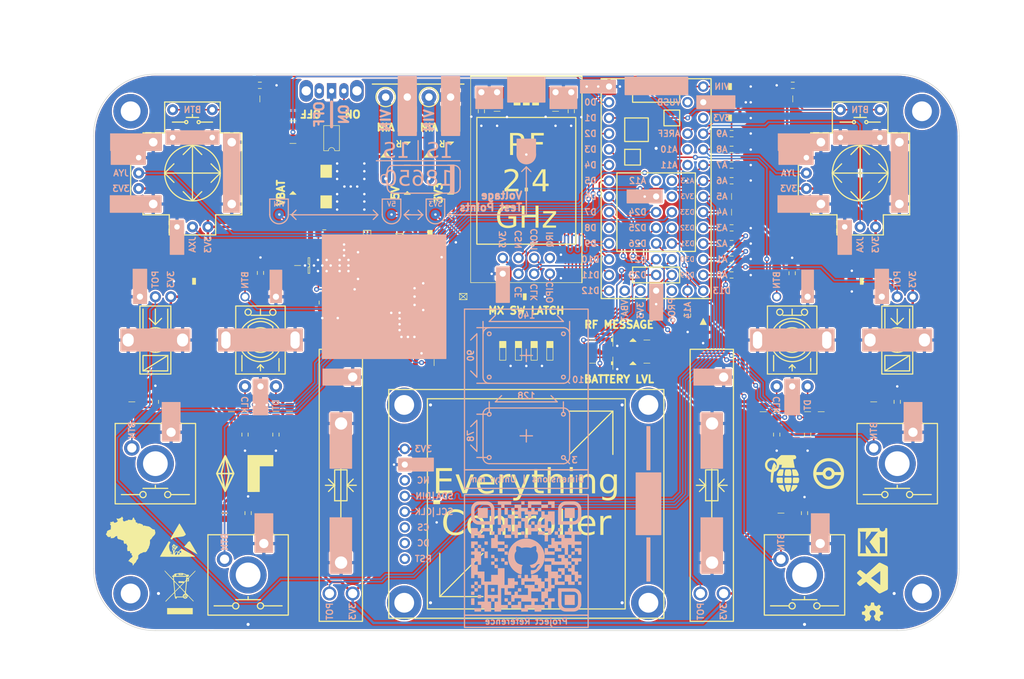
<source format=kicad_pcb>
(kicad_pcb (version 20221018) (generator pcbnew)
  (title_block (title "Everything Controller") (date "2024-02-11") (rev "R0") (company "Nabinhotronics") (comment 1 "Vagalbotz") (comment 2 "V2.0"))
  (layers (0 "F.Cu" signal) (31 "B.Cu" signal) (34 "B.Paste" user) (35 "F.Paste" user) (36 "B.SilkS" user "B.Silkscreen") (37 "F.SilkS" user "F.Silkscreen") (38 "B.Mask" user) (39 "F.Mask" user) (44 "Edge.Cuts" user))
  (net 0 "")
  (net 1 "Net-(BT1-+)")
  (net 2 "GND")
  (net 3 "Net-(BT2-+)")
  (net 4 "BAT1")
  (net 5 "/Logic/A14")
  (net 6 "VBUS")
  (net 7 "Net-(U1-SS)")
  (net 8 "Net-(U1-VREG5)")
  (net 9 "BS")
  (net 10 "SW")
  (net 11 "Net-(C7-Pad1)")
  (net 12 "VBST")
  (net 13 "TSW")
  (net 14 "Net-(C9-Pad1)")
  (net 15 "+5V")
  (net 16 "+3V3")
  (net 17 "/Inputs/BT1")
  (net 18 "/Inputs/BT2")
  (net 19 "/Inputs/BT3")
  (net 20 "/Inputs/BT4")
  (net 21 "/Inputs/POT1")
  (net 22 "/Inputs/POT2")
  (net 23 "/Inputs/POT3")
  (net 24 "/Inputs/POT4")
  (net 25 "/Inputs/DT1")
  (net 26 "/Inputs/CLK1")
  (net 27 "/Inputs/CLK2")
  (net 28 "/Inputs/DT2")
  (net 29 "/Inputs/X_AX1")
  (net 30 "/Inputs/Y_AX1")
  (net 31 "/Inputs/Y_AX2")
  (net 32 "/Inputs/X_AX2")
  (net 33 "Net-(D2-K)")
  (net 34 "Net-(D3-K)")
  (net 35 "VCC")
  (net 36 "Net-(D6-A)")
  (net 37 "Net-(D7-A)")
  (net 38 "Net-(D8-A)")
  (net 39 "Net-(D9-K)")
  (net 40 "Net-(D9-A)")
  (net 41 "Net-(D10-K)")
  (net 42 "Net-(D10-A)")
  (net 43 "Net-(U3-AGND)")
  (net 45 "SDA")
  (net 46 "SCL")
  (net 50 "Net-(Q1-G)")
  (net 51 "GATE")
  (net 52 "Net-(Q3-G)")
  (net 53 "Net-(U1-EN)")
  (net 54 "FB")
  (net 55 "VFB")
  (net 56 "Net-(U2-EN)")
  (net 57 "/Inputs/E_BT1")
  (net 58 "Net-(R19-Pad2)")
  (net 59 "Net-(R20-Pad2)")
  (net 60 "Net-(R23-Pad2)")
  (net 61 "Net-(R24-Pad2)")
  (net 62 "/Inputs/E_BT2")
  (net 63 "/Inputs/J_BT1")
  (net 64 "/Inputs/J_BT2")
  (net 65 "LED1")
  (net 66 "LED2")
  (net 68 "DIP1")
  (net 69 "DIP2")
  (net 70 "DIP3")
  (net 71 "DIP4")
  (net 72 "CE")
  (net 73 "CSN")
  (net 74 "COPI")
  (net 75 "CIPO")
  (net 79 "CLK")
  (net 89 "Earth")
  (footprint "Fiducial:Fiducial_0.5mm_Mask1.5mm" (layer "F.Cu") (at 96 66)
    (fp_text reference "REF**")
    (fp_text value "Fiducial_0.5mm_Mask1.5mm" hide)
  )
  (footprint "Resistor_SMD:R_0805_2012Metric" (layer "F.Cu") (at 195.5 104.6 90)
    (fp_text reference "R22")
    (fp_text value "10k")
  )
  (footprint "Capacitor_SMD:C_0805_2012Metric" (layer "F.Cu") (at 90 103 90)
    (fp_text reference "C15")
    (fp_text value "10nF")
  )
  (footprint "Capacitor_SMD:C_0805_2012Metric" (layer "F.Cu") (at 130.85 95.15 90)
    (fp_text reference "C8")
    (fp_text value "100nF")
  )
  (footprint "Resistor_SMD:R_0805_2012Metric" (layer "F.Cu") (at 106.9 54 180)
    (fp_text reference "R28")
    (fp_text value "10k")
  )
  (footprint "Fiducial:Fiducial_0.5mm_Mask1.5mm" (layer "F.Cu") (at 204 66)
    (fp_text reference "REF**")
    (fp_text value "Fiducial_0.5mm_Mask1.5mm" hide)
  )
  (footprint "Capacitor_SMD:C_0805_2012Metric" (layer "F.Cu") (at 183.2 62.16)
    (fp_text reference "C31")
    (fp_text value "100nF")
  )
  (footprint "Fuse:Fuse_1206_3216Metric" (layer "F.Cu") (at 139.8 85.975)
    (fp_text reference "F2")
    (fp_text value "Fuse")
  )
  (footprint "TerminalBlock_4Ucon:TerminalBlock_4Ucon_1x02_P3.50mm_Horizontal" (layer "F.Cu") (at 136 53.7 180)
    (fp_text reference "BT1")
    (fp_text value "18650")
  )
  (footprint "Inductor_SMD:L_1210_3225Metric" (layer "F.Cu") (at 124.25 76.275)
    (fp_text reference "L1")
    (fp_text value "3.3uF")
  )
  (footprint "Capacitor_SMD:C_0805_2012Metric" (layer "F.Cu") (at 183.2 82.48)
    (fp_text reference "C21")
    (fp_text value "100nF")
  )
  (footprint "Capacitor_SMD:C_0805_2012Metric" (layer "F.Cu") (at 195 121 90)
    (fp_text reference "C16")
    (fp_text value "10nF")
  )
  (footprint "Capacitor_SMD:C_0805_2012Metric" (layer "F.Cu") (at 183.2 74.86)
    (fp_text reference "C19")
    (fp_text value "100nF")
  )
  (footprint "Resistor_SMD:R_0805_2012Metric" (layer "F.Cu") (at 197.7 104.6 90)
    (fp_text reference "R20")
    (fp_text value "10k")
  )
  (footprint "Resistor_SMD:R_0805_2012Metric" (layer "F.Cu") (at 169.5 96.75 -90)
    (fp_text reference "R34")
    (fp_text value "1k")
  )
  (footprint "Capacitor_Tantalum_SMD:CP_EIA-7343-31_Kemet-D" (layer "F.Cu") (at 118.5 65.7)
    (fp_text reference "C2")
    (fp_text value "47uF")
  )
  (footprint "Resistor_SMD:R_0805_2012Metric" (layer "F.Cu") (at 193.1 54)
    (fp_text reference "R29")
    (fp_text value "10k")
  )
  (footprint "Rotary_Encoder:RotaryEncoder_Alps_EC11E_Vertical_H20mm" (layer "F.Cu") (at 107 93 90)
    (fp_text reference "SW7")
    (fp_text value "EC11")
  )
  (footprint "Resistor_SMD:R_0805_2012Metric" (layer "F.Cu") (at 206.19 103 -90)
    (fp_text reference "R14")
    (fp_text value "10k")
  )
  (footprint "Resistor_SMD:R_0805_2012Metric" (layer "F.Cu") (at 183.2 72.32 180)
    (fp_text reference "R36")
    (fp_text value "10k")
  )
  (footprint "TerminalBlock_4Ucon:TerminalBlock_4Ucon_1x02_P3.50mm_Horizontal" (layer "F.Cu") (at 129 53.7 180)
    (fp_text reference "BT2")
    (fp_text value "18650")
  )
  (footprint "Capacitor_SMD:C_0805_2012Metric" (layer "F.Cu") (at 193.1 51.8 180)
    (fp_text reference "C33")
    (fp_text value "10nF")
  )
  (footprint "Custom:waluigi" (layer "F.Cu") (at 107 114.6)
    (fp_text reference "G***")
    (fp_text value "LOGO" hide)
  )
  (footprint "Capacitor_SMD:C_0805_2012Metric" (layer "F.Cu") (at 157.27 56 -90)
    (fp_text reference "C37")
    (fp_text value "100nF")
  )
  (footprint "Capacitor_SMD:C_0805_2012Metric" (layer "F.Cu") (at 104.5 108.3 -90)
    (fp_text reference "C25")
    (fp_text value "10nF")
  )
  (footprint "Fiducial:Fiducial_0.5mm_Mask1.5mm" (layer "F.Cu") (at 193 93)
    (fp_text reference "REF**")
    (fp_text value "Fiducial_0.5mm_Mask1.5mm" hide)
  )
  (footprint "AP65552:Diodes-AP65552SP-13-06_2015-0-0" (layer "F.Cu") (at 117 80.95)
    (fp_text reference "U1")
    (fp_text value "AP65552SP-13")
  )
  (footprint "Custom:EByte_NRF24L01_Breakout" (layer "F.Cu") (at 150 81)
    (fp_text reference "U4")
    (fp_text value "NRF24L01")
  )
  (footprint "Capacitor_SMD:C_0805_2012Metric" (layer "F.Cu") (at 107 82.15 90)
    (fp_text reference "C27")
    (fp_text value "10nF")
  )
  (footprint "Fiducial:Fiducial_0.5mm_Mask1.5mm" (layer "F.Cu") (at 120 116.5)
    (fp_text reference "REF**")
    (fp_text value "Fiducial_0.5mm_Mask1.5mm" hide)
  )
  (footprint "MountingHole:MountingHole_3.2mm_M3_DIN965_Pad_TopBottom" (layer "F.Cu") (at 86 134)
    (fp_text reference "REF**")
    (fp_text value "MountingHole_3.2mm_M3_DIN965_Pad_TopBottom" hide)
  )
  (footprint "Resistor_SMD:R_0805_2012Metric" (layer "F.Cu") (at 113 80.95 -90)
    (fp_text reference "R6")
    (fp_text value "100k")
  )
  (footprint "PCM_Switch_Keyboard_Cherry_MX:SW_Cherry_MX_Plate" (layer "F.Cu") (at 210 113)
    (fp_text reference "SW2")
    (fp_text value "SW_Push")
  )
  (footprint "Capacitor_SMD:C_0805_2012Metric" (layer "F.Cu") (at 195.5 108.3 -90)
    (fp_text reference "C23")
    (fp_text value "10nF")
  )
  (footprint "IRF7424:Infineon-PG-DSO-8-11_2006-902-MFG" (layer "F.Cu") (at 118.5 60.35 180)
    (fp_text reference "Q2")
    (fp_text value "IRF7424")
  )
  (footprint "Custom:kicad" (layer "F.Cu") (at 206 125.5)
    (fp_text reference "G***")
    (fp_text value "LOGO" hide)
  )
  (footprint "Resistor_SMD:R_0805_2012Metric" (layer "F.Cu") (at 160.75 93 90)
    (fp_text reference "R31")
    (fp_text value "1k")
  )
  (footprint "Diode_SMD:D_SMA" (layer "F.Cu") (at 127.25 62.95 -90)
    (fp_text reference "D4")
    (fp_text value "SS34")
  )
  (footprint "Resistor_SMD:R_0805_2012Metric" (layer "F.Cu") (at 169.5 93 -90)
    (fp_text reference "R30")
    (fp_text value "1k")
  )
  (footprint "Capacitor_Tantalum_SMD:CP_EIA-7343-31_Kemet-D" (layer "F.Cu") (at 118.5 70.65)
    (fp_text reference "C3")
    (fp_text value "47uF")
  )
  (footprint "Capacitor_SMD:C_0805_2012Metric" (layer "F.Cu") (at 109.5 108.3 -90)
    (fp_text reference "C26")
    (fp_text value "10nF")
  )
  (footprint "Capacitor_SMD:C_0805_2012Metric" (layer "F.Cu") (at 106.9 51.8)
    (fp_text reference "C30")
    (fp_text value "10nF")
  )
  (footprint "Resistor_SMD:R_0805_2012Metric" (layer "F.Cu") (at 130.75 72.7 -90)
    (fp_text reference "R13")
    (fp_text value "10k")
  )
  (footprint "Logo_Icons:ESD" (layer "F.Cu") (at 94 125.5)
    (fp_text reference "G***")
    (fp_text value "LOGO" hide)
  )
  (footprint "Joystick:XDCR_COM-09032" (layer "F.Cu") (at 204 66)
    (fp_text reference "U6")
    (fp_text value "Joystick" hide)
  )
  (footprint "Capacitor_SMD:C_0805_2012Metric" (layer "F.Cu") (at 117 86.95 -90)
    (fp_text reference "C5")
    (fp_text value "100nF")
  )
  (footprint "Diode_SMD:D_MiniMELF" (layer "F.Cu") (at 178.62 90 -90)
    (fp_text reference "D5")
    (fp_text value "3V3")
  )
  (footprint "LED_SMD:LED_0805_2012Metric" (layer "F.Cu") (at 130.75 61.2 90)
    (fp_text reference "D3")
    (fp_text value "RED")
  )
  (footprint "Resistor_SMD:R_0805_2012Metric" (layer "F.Cu") (at 104.5 82.2 -90)
    (fp_text reference "R27")
    (fp_text value "10k")
  )
  (footprint "LED_SMD:LED_0805_2012Metric" (layer "F.Cu") (at 167.25 93 -90)
    (fp_text reference "D9")
    (fp_text value "YELLOW")
  )
  (footprint "LED_SMD:LED_0805_2012Metric" (layer "F.Cu") (at 130.75 69.2 -90)
    (fp_text reference "D8")
    (fp_text value "BLUE")
  )
  (footprint "Capacitor_SMD:C_0805_2012Metric" (layer "F.Cu") (at 142.73 56 -90)
    (fp_text reference "C38")
    (fp_text value "100nF")
  )
  (footprint "LED_SMD:LED_0805_2012Metric" (layer "F.Cu") (at 112.25 69.2 -90)
    (fp_text reference "D6")
    (fp_text value "GREEN")
  )
  (footprint "Resistor_SMD:R_0805_2012Metric" (layer "F.Cu") (at 190.5 104.6 90)
    (fp_text reference "R21")
    (fp_text value "10k")
  )
  (footprint "Resistor_SMD:R_0805_2012Metric" (layer "F.Cu") (at 183.2 69.78 180)
    (fp_text reference "R35")
    (fp_text value "10k")
  )
  (footprint "Resistor_SMD:R_0805_2012Metric" (layer "F.Cu") (at 137.75 72.675 -90)
    (fp_text reference "R12")
    (fp_text value "10k")
  )
  (footprint "Custom:RS30111A602N" (layer "F.Cu") (at 180 116.5 90)
    (fp_text reference "RV4" hide)
    (fp_text value "10k" hide)
  )
  (footprint "PCM_Switch_Keyboard_Cherry_MX:SW_Cherry_MX_Plate" (layer "F.Cu") (at 90 113)
    (fp_text reference "SW3")
    (fp_text value "SW_Push")
  )
  (footprint "Capacitor_Tantalum_SMD:CP_EIA-3528-21_Kemet-B" (layer "F.Cu") (at 134.8 76.25)
    (fp_text reference "C36")
    (fp_text value "10uF")
  )
  (footprint "Resistor_SMD:R_0805_2012Metric" (layer "F.Cu") (at 112.25 72.7 -90)
    (fp_text reference "R5")
    (fp_text value "10k")
  )
  (footprint "Custom:pokeball" (layer "F.Cu") (at 198.9 114.6)
    (fp_text reference "G***")
    (fp_text value "LOGO" hide)
  )
  (footprint "Resistor_SMD:R_0805_2012Metric" (layer "F.Cu") (at 111.7 104.6 90)
    (fp_text reference "R25")
    (fp_text value "10k")
  )
  (footprint "Capacitor_Tantalum_SMD:CP_EIA-3216-18_Kemet-A" (layer "F.Cu") (at 183.2 52)
    (fp_text reference "C10")
    (fp_text value "10uF")
  )
  (footprint "Capacitor_SMD:C_0805_2012Metric" (layer "F.Cu") (at 119.5 86.95 -90)
    (fp_text reference "C4")
    (fp_text value "100nF")
  )
  (footprint "Custom:raven" (layer "F.Cu") (at 101.3 114.6)
    (fp_text reference "G***")
    (fp_text value "LOGO" hide)
  )
  (footprint "Capacitor_SMD:C_0805_2012Metric" (layer "F.Cu") (at 190.5 108.3 -90)
    (fp_text reference "C24")
    (fp_text value "10nF")
  )
  (footprint "Resistor_SMD:R_0805_2012Metric" (layer "F.Cu") (at 102.3 104.6 90)
    (fp_text reference "R26")
    (fp_text value "10k")
  )
  (footprint "Potentiometer_THT:Potentiometer_Alps_RK09K_Single_Vertical" (layer "F.Cu") (at 210 93 -90)
    (fp_text reference "RV1")
    (fp_text value "10k")
  )
  (footprint "Resistor_SMD:R_0805_2012Metric" (layer "F.Cu") (at 190.5 82.2 -90)
    (fp_text reference "R18")
    (fp_text value "10k")
  )
  (footprint "TPS564201:Texas_Instruments-DDC_R-PDSO-G6-0-0-0" (layer "F.Cu") (at 129.5 90.45 90)
    (fp_text reference "U2")
    (fp_text value "TPS564201DDCR")
  )
  (footprint "Resistor_SMD:R_0805_2012Metric" (layer "F.Cu") (at 109.5 104.6 90)
    (fp_text reference "R24")
    (fp_text value "10k")
  )
  (footprint "Custom:Teensy_3.2" (layer "F.Cu") (at 171 52)
    (fp_text reference "U3")
    (fp_text value "Teensy3.2")
  )
  (footprint "Button_Switch_THT:SW_Slide_1P2T_CK_OS102011MS2Q" (layer "F.Cu") (at 118.5 52.7)
    (fp_text reference "SW1")
    (fp_text value "SW_SPDT")
  )
  (footprint "LED_SMD:LED_0805_2012Metric" (layer "F.Cu") (at 137.75 61.2 90)
    (fp_text reference "D2")
    (fp_text value "RED")
  )
  (footprint "Fiducial:Fiducial_0.5mm_Mask1.5mm" (layer "F.Cu") (at 107 93)
    (fp_text reference "REF**")
    (fp_text value "Fiducial_0.5mm_Mask1.5mm" hide)
  )
  (footprint "PCM_Switch_Keyboard_Cherry_MX:SW_Cherry_MX_Plate" (layer "F.Cu") (at 195 131)
    (fp_text reference "SW4")
    (fp_text value "SW_Push")
  )
  (footprint "Capacitor_SMD:C_0805_2012Metric" (layer "F.Cu") (at 193 82.2 90)
    (fp_text reference "C22")
    (fp_text value "10nF")
  )
  (footprint "Resistor_SMD:R_0805_2012Metric" (layer "F.Cu") (at 145.27 56 -90)
    (fp_text reference "R37")
    (fp_text value "100k")
  )
  (footprint "Inductor_SMD:L_1210_3225Metric" (layer "F.Cu") (at 134.75 90.45)
    (fp_text reference "L2")
    (fp_text value "2.2uH")
  )
  (footprint "Logo_Icons:OSHW" (layer "F.Cu") (at 206 137)
    (fp_text reference "G***")
    (fp_text value "LOGO" hide)
  )
  (footprint "Capacitor_SMD:C_0805_2012Metric" (layer "F.Cu") (at 176.08 89 -90)
    (fp_text reference "C1")
    (fp_text value "100nF")
  )
  (footprint "Capacitor_SMD:C_0805_2012Metric" (layer "F.Cu") (at 105 121 90)
    (fp_text reference "C17")
    (fp_text value "10nF")
  )
  (footprint "Resistor_SMD:R_0805_2012Metric" (layer "F.Cu") (at 129.5 86.95)
    (fp_text reference "R11")
    (fp_text value "100k")
  )
  (footprint "Custom:RS30111A602N" (layer "F.Cu") (at 120 116.5 90)
    (fp_text reference "RV3")
    (fp_text value "10k" hide)
  )
  (footprint "Capacitor_Tantalum_SMD:CP_EIA-3216-18_Kemet-A" (layer "F.Cu") (at 135.5 119.5 -90)
    (fp_text reference "C12")
    (fp_text value "1uF")
  )
  (footprint "MountingHole:MountingHole_3.2mm_M3_DIN965_Pad_TopBottom" (layer "F.Cu") (at 214 134)
    (fp_text reference "REF**")
    (fp_text value "MountingHole_3.2mm_M3_DIN965_Pad_TopBottom" hide)
  )
  (footprint "Rotary_Encoder:RotaryEncoder_Alps_EC11E_Vertical_H20mm" (layer "F.Cu") (at 193 93 90)
    (fp_text reference "SW6")
    (fp_text value "EC11")
  )
  (footprint "Potentiometer_THT:Potentiometer_Alps_RK09K_Single_Vertical" (layer "F.Cu") (at 90 93 -90)
    (fp_text reference "RV2")
    (fp_text value "10k")
  )
  (footprint "Fiducial:Fiducial_0.5mm_Mask1.5mm" (layer "F.Cu") (at 180 116.5)
    (fp_text reference "REF**")
    (fp_text value "Fiducial_0.5mm_Mask1.5mm" hide)
  )
  (footprint "Custom:grenade" (layer "F.Cu") (at 191.6 114.6)
    (fp_text reference "G***")
    (fp_text value "LOGO" hide)
  )
  (footprint "Capacitor_SMD:C_1210_3225Metric" (layer "F.Cu") (at 124.25 80.95 180)
    (fp_text reference "C7")
    (fp_text value "47uF")
  )
  (footprint "Resistor_SMD:R_0805_2012Metric" (layer "F.Cu") (at 112.25 61.2 90)
    (fp_text reference "R3")
    (fp_text value "51k")
  )
  (footprint "Package_TO_SOT_SMD:SOT-23" (layer "F.Cu") (at 164 96.75)
    (fp_text reference "Q3")
    (fp_text value "BSS138")
  )
  (footprint "Capacitor_SMD:C_0805_2012Metric" (layer "F.Cu") (at 183.2 64.7)
    (fp_text reference "C29")
    (fp_text value "100nF")
  )
  (footprint "Resistor_SMD:R_0805_2012Metric" (layer "F.Cu") (at 104.5 104.6 90)
    (fp_text reference "R23")
    (fp_text value "10k")
  )
  (footprint "Custom:SSD1327_Breakout" (layer "F.Cu") (at 150 119.5)
    (fp_text reference "J1")
    (fp_text value "OLED SSD1327")
  )
  (footprint "Fiducial:Fiducial_0.5mm_Mask1.5mm" (layer "F.Cu") (at 90 93)
    (fp_text reference "REF**")
    (fp_text value "Fiducial_0.5mm_Mask1.5mm" hide)
  )
  (footprint "Capacitor_SMD:C_1210_3225Metric" (layer "F.Cu") (at 134.8 85.975 180)
    (fp_text reference "C9")
    (fp_text value "47uF")
  )
  (footprint "Resistor_SMD:R_0805_2012Metric" (layer "F.Cu") (at 135.0875 96.65)
    (fp_text reference "R10")
    (fp_text value "10k")
  )
  (footprint "Logo_Icons:EG" (layer "F.Cu") (at 94 133.8)
    (fp_text reference "G***")
    (fp_text value "LOGO" hide)
  )
  (footprint "Resistor_SMD:R_0805_2012Metric" (layer "F.Cu") (at 188.3 104.6 90)
    (fp_text reference "R19")
    (fp_text value "10k")
  )
  (footprint "Resistor_SMD:R_0805_2012Metric" (layer "F.Cu") (at 118.5 56.45)
    (fp_text reference "R32")
    (fp_text value "100k")
  )
  (footprint "Custom:vs_code" (layer "F.Cu") (at 206 131.5)
    (fp_text reference "G***")
    (fp_text value "LOGO" hide)
  )
  (footprint "Fiducial:Fiducial_0.5mm_Mask1.5mm" (layer "F.Cu") (at 210 93)
    (fp_text reference "REF**")
    (fp_text value "Fiducial_0.5mm_Mask1.5mm" hide)
  )
  (footprint "Capacitor_SMD:C_0805_2012Metric" (layer "F.Cu") (at 210 103 90)
    (fp_text reference "C14")
    (fp_text value "10nF")
  )
  (footprint "Button_Switch_SMD:SW_DIP_SPSTx04_Slide_Omron_A6S-410x_W8.9mm_P2.54mm" (layer "F.Cu") (at 150 94.75 -90)
    (fp_text reference "SW8")
    (fp_text value "SW_DIP_x04")
  )
  (footprint "Resistor_SMD:R_0805_2012Metric" (layer "F.Cu") (at 137.75 64.7 90)
    (fp_text reference "R1")
    (fp_text value "10k")
  )
  (footprint "MountingHole:MountingHole_3.2mm_M3_DIN965_Pad_TopBottom" (layer "F.Cu") (at 214 56)
    (fp_text reference "REF**")
    (fp_text value "MountingHole_3.2mm_M3_DIN965_Pad_TopBottom" hide)
  )
  (footprint "Capacitor_SMD:C_0805_2012Metric" (layer "F.Cu") (at 183.2 77.4)
    (fp_text reference "C20")
    (fp_text value "100nF")
  )
  (footprint "MountingHole:MountingHole_3.2mm_M3_DIN965_Pad_TopBottom" (layer "F.Cu") (at 86 56)
    (fp_text reference "REF**")
    (fp_text value "MountingHole_3.2mm_M3_DIN965_Pad_TopBottom" hide)
  )
  (footprint "Custom:nabo" (layer "F.Cu") (at 214 126.5)
    (fp_text reference "G***")
    (fp_text value "LOGO" hide)
  )
  (footprint "Capacitor_SMD:C_0805_2012Metric" (layer "F.Cu") (at 183.2 67.24)
    (fp_text reference "C28")
    (fp_text value "100nF")
  )
  (footprint "Joystick:XDCR_COM-09032" (layer "F.Cu") (at 96 66)
    (fp_text reference "U5")
    (fp_text value "Joystick")
  )
  (footprint "Capacitor_Tantalum_SMD:CP_EIA-3216-18_Kemet-A" (layer "F.Cu") (at 96 83.5 180)
    (fp_text reference "C34")
    (fp_text value "1uF")
  )
  (footprint "LED_SMD:LED_0805_2012Metric" (layer "F.Cu") (at 167.25 96.75 -90)
    (fp_text reference "D10")
    (fp_text value "YELLOW")
  )
  (footprint "Resistor_SMD:R_0805_2012Metric" (layer "F.Cu") (at 112.25 57.55 90)
    (fp_text reference "R4")
    (fp_text value "33k")
  )
  (footprint "Package_TO_SOT_SMD:SOT-23" (layer "F.Cu") (at 164 93)
    (fp_text reference "Q1")
    (fp_text value "BSS138")
  )
  (footprint "PCM_Switch_Keyboard_Cherry_MX:SW_Cherry_MX_Plate" (layer "F.Cu") (at 105 131)
    (fp_text reference "SW5")
    (fp_text value "SW_Push")
  )
  (footprint "Capacitor_SMD:C_0805_2012Metric" (layer "F.Cu") (at 183.2 79.94)
    (fp_text reference "C18")
    (fp_text value "100nF")
  )
  (footprint "Capacitor_SMD:C_0805_2012Metric" (layer "F.Cu") (at 183.2 59.62)
    (fp_text reference "C32")
    (fp_text value "100nF")
  )
  (footprint "Diode_SMD:D_SMA" (layer "F.Cu") (at 134.25 62.95 -90)
    (fp_text reference "D1")
    (fp_text value "SS34")
  )
  (footprint "Resistor_SMD:R_0805_2012Metric" (layer "F.Cu") (at 130.75 64.7 90)
    (fp_text reference "R2")
    (fp_text value "10k")
  )
  (footprint "Resistor_SMD:R_0805_2012Metric" (layer "F.Cu") (at 124.25 87.45)
    (fp_text reference "R8")
    (fp_text value "22k1")
  )
  (footprint "Capacitor_Tantalum_SMD:CP_EIA-3216-18_Kemet-A" (layer "F.Cu") (at 183.2 57.08)
    (fp_text reference "C11")
    (fp_text value "1uF")
  )
  (footprint "Logo_Icons:brazil" (layer "F.Cu") (at 86 125.5)
    (fp_text reference "G***")
    (fp_text value "LOGO" hide)
  )
  (footprint "Resistor_SMD:R_0805_2012Metric" (layer "F.Cu") (at 86.19 103 -90)
    (fp_text reference "R15")
    (fp_text value "10k")
  )
  (footprint "Resistor_SMD:R_0805_2012Metric" (layer "F.Cu") (at 154.73 56 -90)
    (fp_text reference "R38")
    (fp_text value "100k")
  )
  (footprint "Capacitor_Tantalum_SMD:CP_EIA-3216-18_Kemet-A" (layer "F.Cu") (at 204 83.5 180)
    (fp_text reference "C35")
    (fp_text value "1uF")
  )
  (footprint "Inductor_SMD:L_0805_2012Metric" (layer "F.Cu") (at 183.2 54.54)
    (fp_text reference "FB1")
    (fp_text value "FerriteBead")
  )
  (footprint "Resistor_SMD:R_0805_2012Metric" (layer "F.Cu") (at 191.19 121 -90)
    (fp_text reference "R16")
    (fp_text value "10k")
  )
  (footprint "Capacitor_Tantalum_SMD:CP_EIA-3216-18_Kemet-A" (layer "F.Cu") (at 150 86)
    (fp_text reference "C13")
    (fp_text value "1uF")
  )
  (footprint "Fuse:Fuse_1206_3216Metric" (layer "F.Cu") (at 129.5 76.275)
    (fp_text reference "F1")
    (fp_text value "Fuse")
  )
  (footprint "Resistor_SMD:R_0805_2012Metric" (layer "F.Cu") (at 101.19 121 -90)
    (fp_text reference "R17")
    (fp_text value "10k")
  )
  (footprint "Resistor_SMD:R_0805_2012Metric" (layer "F.Cu") (at 160.75 96.75 90)
    (fp_text reference "R33")
    (fp_text value "1k")
  )
  (footprint "Resistor_SMD:R_0805_2012Metric" (layer "F.Cu") (at 124.25 84.8 180)
    (fp_text reference "R7")
    (fp_text value "124k")
  )
  (footprint "Capacitor_SMD:C_0805_2012Metric" (layer "F.Cu") (at 117.325 75.675)
    (fp_text reference "C6")
    (fp_text value "100nF")
  )
  (footprint "LED_SMD:LED_0805_2012Metric" (layer "F.Cu") (at 137.75 69.175 -90)
    (fp_text reference "D7")
    (fp_text value "BLUE")
  )
  (footprint "Resistor_SMD:R_0805_2012Metric" (layer "F.Cu") (at 135.0875 93.65 180)
    (fp_text reference "R9")
    (fp_text value "33k2")
  )
  (footprint "TestPoint:TestPoint_Pad_D1.5mm" (layer "B.Cu") (at 110.05 72.7 180)
    (fp_text reference "TP5")
    (fp_text value "TestPoint")
  )
  (footprint "TestPoint:TestPoint_Pad_D1.5mm" (layer "B.Cu") (at 135.3 72.7 180)
    (fp_text reference "TP2")
    (fp_text value "TestPoint")
  )
  (footprint "TestPoint:TestPoint_Pad_D1.5mm" (layer "B.Cu") (at 128.2 72.7 180)
    (fp_text reference "TP1")
    (fp_text value "TestPoint")
  )
  (footprint "TestPoint:TestPoint_Pad_D1.5mm" (layer "B.Cu") (at 150 63 180)
    (fp_text reference "TP6")
    (fp_text value "TestPoint")
  )
  (footprint "Custom:github-qrcode" (layer "B.Cu") (at 150 128 180)
    (fp_text reference "G***")
    (fp_text value "LOGO" hide)
  )
  (gr_rect (start 190.85 62.4) (end 196.4 64.6) (stroke (width 0.15)) (fill solid) (layer "B.SilkS"))
  (gr_line (start 130.25 72.75) (end 131 72) (stroke (width 0.2)) (layer "B.SilkS"))
  (gr_line (start 127.5 67.75) (end 127 67.75) (stroke (width 0.2)) (layer "B.SilkS"))
  (gr_line (start 111.5 70.2) (end 108.5 70.2) (stroke (width 0.2)) (layer "B.SilkS"))
  (gr_line (start 150 108.5) (end 149 108.5) (stroke (width 0.2)) (layer "B.SilkS"))
  (gr_arc (start 144 113) (mid 143.292893 112.707107) (end 143 112) (stroke (width 0.2)) (layer "B.SilkS"))
  (gr_line (start 155 103) (end 154 102) (stroke (width 0.2)) (layer "B.SilkS"))
  (gr_rect (start 204.4 91.2) (end 215.6 94.8) (stroke (width 0.15)) (fill solid) (layer "B.SilkS"))
  (gr_rect (start 147 50.5) (end 153 54.5) (stroke (width 0.2)) (fill solid) (layer "B.SilkS"))
  (gr_rect (start 82.85 62.4) (end 88.4 64.6) (stroke (width 0.15)) (fill solid) (layer "B.SilkS"))
  (gr_arc (start 136.8 72.7) (mid 135.3 74.2) (end 133.8 72.7) (stroke (width 0.2)) (layer "B.SilkS"))
  (gr_line (start 142 92) (end 142 99) (stroke (width 0.2)) (layer "B.SilkS"))
  (gr_rect (start 211.1 103.1) (end 214 109.35) (stroke (width 0.15)) (fill solid) (layer "B.SilkS"))
  (gr_line (start 118.5 54.5) (end 118.5 58.5) (stroke (width 0.5)) (layer "B.SilkS"))
  (gr_arc (start 143 92) (mid 143.292893 91.292893) (end 144 91) (stroke (width 0.2)) (layer "B.SilkS"))
  (gr_line (start 144 91) (end 142 91) (stroke (width 0.2)) (layer "B.SilkS"))
  (gr_line (start 127.5 65.75) (end 127.5 68.25) (stroke (width 0.2)) (layer "B.SilkS"))
  (gr_line (start 130.25 72.75) (end 131 73.5) (stroke (width 0.2)) (layer "B.SilkS"))
  (gr_line (start 133.8 70.2) (end 133.8 72.7) (stroke (width 0.2)) (layer "B.SilkS"))
  (gr_line (start 156 91) (end 144 91) (stroke (width 0.2)) (layer "B.SilkS"))
  (gr_arc (start 156 104) (mid 156.707107 104.292893) (end 157 105) (stroke (width 0.2)) (layer "B.SilkS"))
  (gr_rect (start 200.4 73.6) (end 202.6 79.15) (stroke (width 0.15)) (fill solid) (layer "B.SilkS"))
  (gr_rect (start 177.1 97.7) (end 183.2 100.3) (stroke (width 0.15)) (fill solid) (layer "B.SilkS"))
  (gr_rect (start 92.4 73.6) (end 94.6 79.15) (stroke (width 0.15)) (fill solid) (layer "B.SilkS"))
  (gr_line (start 142 99) (end 141 98) (stroke (width 0.2)) (layer "B.SilkS"))
  (gr_rect (start 117.1 97.7) (end 123.2 100.3) (stroke (width 0.15)) (fill solid) (layer "B.SilkS"))
  (gr_arc (start 129.7 72.7) (mid 128.2 74.2) (end 126.7 72.7) (stroke (width 0.2)) (layer "B.SilkS"))
  (gr_line (start 144 90) (end 156 90) (stroke (width 0.2)) (layer "B.SilkS"))
  (gr_rect (start 118.25 104.75) (end 121.75 113.75) (stroke (width 0.15)) (fill solid) (layer "B.SilkS"))
  (gr_arc (start 156 91) (mid 156.707107 91.292893) (end 157 92) (stroke (width 0.2)) (layer "B.SilkS"))
  (gr_line (start 139.292893 65.75) (end 139.292893 68.25) (stroke (width 0.2)) (layer "B.SilkS"))
  (gr_circle (center 143.999999 91.999999) (end 143.999999 91.699999) (stroke (width 0.2)) (fill none) (layer "B.SilkS"))
  (gr_line (start 137.25 72.75) (end 150 72.75) (stroke (width 0.2)) (layer "B.SilkS"))
  (gr_circle (center 143.999999 99.000001) (end 143.999999 98.700001) (stroke (width 0.2)) (fill none) (layer "B.SilkS"))
  (gr_arc (start 128.5 69.25) (mid 127.792894 68.957107) (end 127.5 68.25) (stroke (width 0.2)) (layer "B.SilkS"))
  (gr_arc (start 127 67.75) (mid 126.646447 67.603553) (end 126.5 67.25) (stroke (width 0.2)) (layer "B.SilkS"))
  (gr_arc (start 157 112) (mid 156.707107 112.707107) (end 156 113) (stroke (width 0.2)) (layer "B.SilkS"))
  (gr_line (start 150 95.5) (end 150 96.5) (stroke (width 0.2)) (layer "B.SilkS"))
  (gr_rect (start 141.85 52.05) (end 146.15 55.55) (stroke (width 0.2)) (fill solid) (layer "B.SilkS"))
  (gr_line (start 150 95.5) (end 151 95.5) (stroke (width 0.2)) (layer "B.SilkS"))
  (gr_rect (start 129.275 112.1) (end 134.975 114.2) (stroke (width 0.15)) (fill solid) (layer "B.SilkS"))
  (gr_rect (start 86.4 81.55) (end 88.6 87.1) (stroke (width 0.15)) (fill solid) (layer "B.SilkS"))
  (gr_line (start 130.25 72.75) (end 133.25 72.75) (stroke (width 0.2)) (layer "B.SilkS"))
  (gr_line (start 150 108.5) (end 150 107.5) (stroke (width 0.2)) (layer "B.SilkS"))
  (gr_rect (start 91.7 59.15) (end 100.3 61.35) (stroke (width 0.15)) (fill solid) (layer "B.SilkS"))
  (gr_line (start 145 103) (end 155 103) (stroke (width 0.2)) (layer "B.SilkS"))
  (gr_rect (start 166 50.5) (end 176.1 53.3) (stroke (width 0.2)) (fill solid) (layer "B.SilkS"))
  (gr_rect (start 186.2 91.2) (end 199.8 94.8) (stroke (width 0.15)) (fill solid) (layer "B.SilkS"))
  (gr_circle (center 156 112) (end 156 111.7) (stroke (width 0.2)) (fill none) (layer "B.SilkS"))
  (gr_rect (start 137.75 64.75) (end 138.292893 69.25) (stroke (width 0.2)) (fill solid) (layer "B.SilkS"))
  (gr_line (start 132.5 64) (end 139.25 64) (stroke (width 0.2)) (layer "B.SilkS"))
  (gr_line (start 137.25 72.75) (end 138 73.5) (stroke (width 0.2)) (layer "B.SilkS"))
  (gr_line (start 108.5 70.2) (end 108.5 72.7) (stroke (width 0.2)) (layer "B.SilkS"))
  (gr_line (start 144 100) (end 156 100) (stroke (width 0.2)) (layer "B.SilkS"))
  (gr_line (start 156 90) (end 155 89) (stroke (width 0.2)) (layer "B.SilkS"))
  (gr_rect (start 153.85 52.05) (end 158.15 55.55) (stroke (width 0.2)) (fill solid) (layer "B.SilkS"))
  (gr_rect (start 148.5 60.5) (end 151.5 63) (stroke (width 0.15)) (fill solid) (layer "B.SilkS"))
  (gr_line (start 157 105) (end 157 112) (stroke (width 0.2)) (layer "B.SilkS"))
  (gr_line (start 126.7 70.2) (end 126.7 72.7) (stroke (width 0.2)) (layer "B.SilkS"))
  (gr_rect (start 108.55 81.7) (end 110.45 86.95) (stroke (width 0.15)) (fill solid) (layer "B.SilkS"))
  (gr_rect (start 166.3 68.725) (end 171.975 70.825) (stroke (width 0.15)) (fill solid) (layer "B.SilkS"))
  (gr_rect (start 194.55 81.7) (end 196.45 86.95) (stroke (width 0.15)) (fill solid) (layer "B.SilkS"))
  (gr_rect (start 206.4 81.55) (end 208.6 87.1) (stroke (width 0.15)) (fill solid) (layer "B.SilkS"))
  (gr_rect (start 118.25 121.75) (end 121.75 130.75) (stroke (width 0.15)) (fill solid) (layer "B.SilkS"))
  (gr_line (start 137.25 72.75) (end 138 72) (stroke (width 0.2)) (layer "B.SilkS"))
  (gr_line (start 144 100) (end 142 100) (stroke (width 0.2)) (layer "B.SilkS"))
  (gr_line (start 112 72.75) (end 112.75 72) (stroke (width 0.2)) (layer "B.SilkS"))
  (gr_rect (start 140 88) (end 160 114) (stroke (width 0.2)) (fill none) (layer "B.SilkS"))
  (gr_arc (start 111.5 72.7) (mid 110 74.2) (end 108.5 72.7) (stroke (width 0.2)) (layer "B.SilkS"))
  (gr_line (start 143 99) (end 143 92) (stroke (width 0.2)) (layer "B.SilkS"))
  (gr_line (start 132.5 60.75) (end 132.5 64) (stroke (width 0.2)) (layer "B.SilkS"))
  (gr_line (start 157 92) (end 157 90) (stroke (width 0.2)) (layer "B.SilkS"))
  (gr_rect (start 178.25 104.75) (end 181.75 113.75) (stroke (width 0.15)) (fill solid) (layer "B.SilkS"))
  (gr_line (start 150 65) (end 149.25 65.75) (stroke (width 0.2)) (layer "B.SilkS"))
  (gr_line (start 111.5 72.7) (end 111.5 70.2) (stroke (width 0.2)) (layer "B.SilkS"))
  (gr_rect (start 84.4 91.2) (end 95.6 94.8) (stroke (width 0.15)) (fill solid) (layer "B.SilkS"))
  (gr_rect (start 178.25 121.75) (end 181.75 130.75) (stroke (width 0.15)) (fill solid) (layer "B.SilkS"))
  (gr_arc (start 143 105) (mid 143.292893 104.292893) (end 144 104) (stroke (width 0.2)) (layer "B.SilkS"))
  (gr_line (start 142 111) (end 141 110) (stroke (width 0.2)) (layer "B.SilkS"))
  (gr_line (start 143.699999 112.000001) (end 142 112) (stroke (width 0.2)) (layer "B.SilkS"))
  (gr_line (start 150 72.75) (end 150 65) (stroke (width 0.2)) (layer "B.SilkS"))
  (gr_line (start 136.8 70.2) (end 133.8 70.2) (stroke (width 0.2)) (layer "B.SilkS"))
  (gr_line (start 144 113) (end 156 113) (stroke (width 0.2)) (layer "B.SilkS"))
  (gr_rect (start 169.95 83.975) (end 172.05 89.8) (stroke (width 0.15)) (fill solid) (layer "B.SilkS"))
  (gr_rect (start 82.75 59.65) (end 91 62.35) (stroke (width 0.15)) (fill solid) (layer "B.SilkS"))
  (gr_arc (start 138.292893 64.75) (mid 138.999999 65.042893) (end 139.292893 65.75) (stroke (width 0.2)) (layer "B.SilkS"))
  (gr_rect (start 158.75 50.95) (end 164.425 53.05) (stroke (width 0.15)) (fill solid) (layer "B.SilkS"))
  (gr_line (start 142 92) (end 141 93) (stroke (width 0.2)) (layer "B.SilkS"))
  (gr_line (start 133.25 72.75) (end 132.5 73.5) (stroke (width 0.2)) (layer "B.SilkS"))
  (gr_line (start 142 106) (end 141 107) (stroke (width 0.2)) (layer "B.SilkS"))
  (gr_arc (start 139.292893 68.25) (mid 139 68.957106) (end 138.292893 69.25) (stroke (width 0.2)) (layer "B.SilkS"))
  (gr_line (start 156 104.7) (end 156 103) (stroke (width 0.2)) (layer "B.SilkS"))
  (gr_rect (start 91.1 103.1) (end 94 109.35) (stroke (width 0.15)) (fill solid) (layer "B.SilkS"))
  (gr_rect (start 177.57 53.49) (end 183.745 55.59) (stroke (width 0.15)) (fill solid) (layer "B.SilkS"))
  (gr_arc (start 126.5 66.75) (mid 126.646447 66.396447) (end 127 66.25) (stroke (width 0.2)) (layer "B.SilkS"))
  (gr_line (start 146 102) (end 145 103) (stroke (width 0.2)) (layer "B.SilkS"))
  (gr_line (start 150 65) (end 150.75 65.75) (stroke (width 0.2)) (layer "B.SilkS"))
  (gr_line (start 157 92) (end 157 99) (stroke (width 0.2)) (layer "B.SilkS"))
  (gr_line (start 126 72.75) (end 125.25 72) (stroke (width 0.2)) (layer "B.SilkS"))
  (gr_line (start 144 90) (end 145 89) (stroke (width 0.2)) (layer "B.SilkS"))
  (gr_line (start 156.707107 99.707107) (end 157 100) (stroke (width 0.2)) (layer "B.SilkS"))
  (gr_line (start 126 72.75) (end 125.25 73.5) (stroke (width 0.2)) (layer "B.SilkS"))
  (gr_arc (start 157 99) (mid 156.707107 99.707107) (end 156 100) (stroke (width 0.2)) (layer "B.SilkS"))
  (gr_rect (start 136.3 50.4) (end 139.2 59.9) (stroke (width 0.2)) (fill solid) (layer "B.SilkS"))
  (gr_rect (start 105.8 99.3) (end 108.2 105.1) (stroke (width 0.15)) (fill solid) (layer "B.SilkS"))
  (gr_rect (start 169.5 107) (end 170 114) (stroke (width 0.15)) (fill solid) (layer "B.SilkS"))
  (gr_rect (start 140 137.5) (end 160 139.5) (stroke (width 0.2)) (fill none) (layer "B.SilkS"))
  (gr_arc (start 144 100) (mid 143.292893 99.707107) (end 143 99) (stroke (width 0.2)) (layer "B.SilkS"))
  (gr_rect (start 140 118) (end 160 137.5) (stroke (width 0.2)) (fill none) (layer "B.SilkS"))
  (gr_line (start 133.25 72.75) (end 132.5 72) (stroke (width 0.2)) (layer "B.SilkS"))
  (gr_rect (start 199.7 59.15) (end 208.3 61.35) (stroke (width 0.15)) (fill solid) (layer "B.SilkS"))
  (gr_rect (start 145.15 81.2) (end 147.25 86.9) (stroke (width 0.2)) (fill solid) (layer "B.SilkS"))
  (gr_line (start 143 112) (end 143 105) (stroke (width 0.2)) (layer "B.SilkS"))
  (gr_rect (start 129.3 50.4) (end 132.2 59.9) (stroke (width 0.2)) (fill solid) (layer "B.SilkS"))
  (gr_line (start 150 108.5) (end 151 108.5) (stroke (width 0.2)) (layer "B.SilkS"))
  (gr_line (start 126.5 66.75) (end 126.5 67.25) (stroke (width 0.2)) (layer "B.SilkS"))
  (gr_line (start 143 92) (end 143 90) (stroke (width 0.2)) (layer "B.SilkS"))
  (gr_circle (center 156 105) (end 156 104.7) (stroke (width 0.2)) (fill none) (layer "B.SilkS"))
  (gr_rect (start 196.1 121.1) (end 199 127.35) (stroke (width 0.15)) (fill solid) (layer "B.SilkS"))
  (gr_line (start 132.5 64) (end 125.75 64) (stroke (width 0.2)) (layer "B.SilkS"))
  (gr_rect (start 82.7 69.65) (end 90.95 72.35) (stroke (width 0.15)) (fill solid) (layer "B.SilkS"))
  (gr_line (start 127.5 66.25) (end 127 66.25) (stroke (width 0.2)) (layer "B.SilkS"))
  (gr_rect (start 101 59.65) (end 103.7 72.35) (stroke (width 0.15)) (fill solid) (layer "B.SilkS"))
  (gr_line (start 150 95.5) (end 149 95.5) (stroke (width 0.2)) (layer "B.SilkS"))
  (gr_rect (start 209 59.65) (end 211.7 72.35) (stroke (width 0.15)) (fill solid) (layer "B.SilkS"))
  (gr_rect (start 190.7 69.65) (end 198.95 72.35) (stroke (width 0.15)) (fill solid) (layer "B.SilkS"))
  (gr_line (start 129.7 70.2) (end 126.7 70.2) (stroke (width 0.2)) (layer "B.SilkS"))
  (gr_rect (start 100.190348 91.187793) (end 113.790348 94.787793) (stroke (width 0.15)) (fill solid) (layer "B.SilkS"))
  (gr_line (start 143.699999 104.999999) (end 142 105) (stroke (width 0.2)) (layer "B.SilkS"))
  (gr_line (start 156 104) (end 144 104) (stroke (width 0.2)) (layer "B.SilkS"))
  (gr_rect (start 106.1 121.1) (end 109 127.35) (stroke (width 0.15)) (fill solid) (layer "B.SilkS"))
  (gr_line (start 136.8 72.7) (end 136.8 70.2) (stroke (width 0.2)) (layer "B.SilkS"))
  (gr_circle (center 156 99) (end 156 98.7) (stroke (width 0.2)) (fill none) (layer "B.SilkS"))
  (gr_rect (start 191.8 99.3) (end 194.2 105.1) (stroke (width 0.15)) (fill solid) (layer "B.SilkS"))
  (gr_arc (start 127.5 65.75) (mid 127.792893 65.042894) (end 128.5 64.75) (stroke (width 0.2)) (layer "B.SilkS"))
  (gr_rect (start 117 76) (end 137 96) (stroke (width 0.15)) (fill solid) (layer "B.SilkS"))
  (gr_rect (start 140 114) (end 160 117) (stroke (width 0.2)) (fill none) (layer "B.SilkS"))
  (gr_line (start 112 72.75) (end 126 72.75) (stroke (width 0.2)) (layer "B.SilkS"))
  (gr_circle (center 143.999999 112.000001) (end 143.999999 111.700001) (stroke (width 0.2)) (fill none) (layer "B.SilkS"))
  (gr_line (start 112 72.75) (end 112.75 73.5) (stroke (width 0.2)) (layer "B.SilkS"))
  (gr_line (start 150 95.5) (end 150 94.5) (stroke (width 0.2)) (layer "B.SilkS"))
  (gr_rect (start 169.5 125) (end 170 132) (stroke (width 0.15)) (fill solid) (layer "B.SilkS"))
  (gr_line (start 129.7 72.7) (end 129.7 70.2) (stroke (width 0.2)) (layer "B.SilkS"))
  (gr_circle (center 143.999999 104.999999) (end 143.999999 104.699999) (stroke (width 0.2)) (fill none) (layer "B.SilkS"))
  (gr_circle (center 150 63) (end 151.513275 63) (stroke (width 0.15)) (fill solid) (layer "B.SilkS"))
  (gr_circle (center 156 92) (end 156 91.7) (stroke (width 0.2)) (fill none) (layer "B.SilkS"))
  (gr_line (start 156.2 112.2) (end 157 113) (stroke (width 0.2)) (layer "B.SilkS"))
  (gr_rect (start 190.75 59.65) (end 199 62.35) (stroke (width 0.15)) (fill solid) (layer "B.SilkS"))
  (gr_line (start 138.292893 69.25) (end 128.5 69.25) (stroke (width 0.2)) (layer "B.SilkS"))
  (gr_line (start 142 106) (end 142 111) (stroke (width 0.2)) (layer "B.SilkS"))
  (gr_line (start 150 108.5) (end 150 109.5) (stroke (width 0.2)) (layer "B.SilkS"))
  (gr_line (start 128.5 64.75) (end 138.292893 64.75) (stroke (width 0.2)) (layer "B.SilkS"))
  (gr_line (start 143.999999 104.699999) (end 144 103) (stroke (width 0.2)) (layer "B.SilkS"))
  (gr_rect (start 167.76 114.49) (end 171.76 124.49) (stroke (width 0.15)) (fill solid) (layer "B.SilkS"))
  (gr_rect (start 129.25 55.225) (end 132.25 59.275) (stroke (width 0.15)) (fill solid) (layer "F.SilkS"))
  (gr_rect (start 136.25 55.2) (end 139.25 59.25) (stroke (width 0.15)) (fill solid) (layer "F.SilkS"))
  (gr_line (start 220 130) (end 220 60) (stroke (width 0.1)) (layer "Edge.Cuts"))
  (gr_line (start 80 60) (end 80 130) (stroke (width 0.1)) (layer "Edge.Cuts"))
  (gr_arc (start 220 130) (mid 217.071068 137.071068) (end 210 140) (stroke (width 0.1)) (layer "Edge.Cuts"))
  (gr_arc (start 80 60) (mid 82.928932 52.928932) (end 90 50) (stroke (width 0.1)) (layer "Edge.Cuts"))
  (gr_arc (start 90 140) (mid 82.928932 137.071068) (end 80 130) (stroke (width 0.1)) (layer "Edge.Cuts"))
  (gr_line (start 210 50) (end 90 50) (stroke (width 0.1)) (layer "Edge.Cuts"))
  (gr_line (start 90 140) (end 210 140) (stroke (width 0.1)) (layer "Edge.Cuts"))
  (gr_arc (start 210 50) (mid 217.071068 52.928932) (end 220 60) (stroke (width 0.1)) (layer "Edge.Cuts"))
  (gr_text "V2.0 2024" (at 89 139.7) (layer "F.Cu") (effects (font (size 1.2 1.2) (thickness 0.3) bold) (justify left bottom)))
  (gr_text "ON" (at 120.5 56.5 90) (layer "B.SilkS") (effects (font (size 1.5 1.5) (thickness 0.35) bold) (justify mirror)))
  (gr_text "3V3" (at 212.5 83.2 90) (layer "B.SilkS") (effects (font (size 1 1) (thickness 0.2) bold) (justify mirror)))
  (gr_text "D30" (at 176.045 79.94) (layer "B.SilkS") (effects (font (size 0.8 0.8) (thickness 0.15) bold) (justify mirror)))
  (gr_text "A4" (at 181.625 72.32) (layer "B.SilkS") (effects (font (size 1 1) (thickness 0.2) bold) (justify mirror)))
  (gr_text "D11" (at 160.375 82.48) (layer "B.SilkS") (effects (font (size 1 1) (thickness 0.2) bold) (justify mirror)))
  (gr_text "5V" (at 128.2 71) (layer "B.SilkS") (effects (font (size 0.8 0.8)) (justify mirror)))
  (gr_text "BTN" (at 204 55.75) (layer "B.SilkS") (effects (font (size 1 1) (thickness 0.2) bold) (justify mirror)))
  (gr_text "POT" (at 178.2 136.9 90) (layer "B.SilkS") (effects (font (size 1 1) (thickness 0.2) bold) (justify mirror)))
  (gr_text "CLK" (at 151.27 85.275 90) (layer "B.SilkS") (effects (font (size 1 1) (thickness 0.2) bold) (justify mirror)))
  (gr_text "A7" (at 181.625 64.7) (layer "B.SilkS") (effects (font (size 1 1) (thickness 0.2) bold) (justify mirror)))
  (gr_text "A14" (at 176.08 88.205 90) (layer "B.SilkS") (effects (font (size 1 1) (thickness 0.2) bold) (justify mirror)))
  (gr_text "A12" (at 167.995 67.24) (layer "B.SilkS") (effects (font (size 1 1) (thickness 0.2) bold) (justify mirror)))
  (gr_text "DIN" (at 133.345 118.25) (layer "B.SilkS") (effects (font (size 1 1) (thickness 0.2) bold) (justify mirror)))
  (gr_text "10" (at 157.3 100) (layer "B.SilkS") (effects (font (size 1 1) (thickness 0.2) bold) (justify right bottom mirror)))
  (gr_text "D25" (at 167.995 74.86) (layer "B.SilkS") (effects (font (size 1 1) (thickness 0.2) bold) (justify mirror)))
  (gr_text "IRQ" (at 153.81 76.725 90) (layer "B.SilkS") (effects (font (size 1 1) (thickness 0.2) bold) (justify mirror)))
  (gr_text "DC" (at 133.345 125.85) (layer "B.SilkS") (effects (font (size 1 1) (thickness 0.2) bold) (justify mirror)))
  (gr_text "JYA" (at 192.45 66) (layer "B.SilkS") (effects (font (size 1 1) (thickness 0.2) bold) (justify mirror)))
  (gr_text "POT" (at 210 83.2 90) (layer "B.SilkS") (effects (font (size 1 1) (thickness 0.2) bold) (justify mirror)))
  (gr_text "VIN" (at 127.25 57.5 90) (layer "B.SilkS") (effects (font (size 1.5 1.5) (thickness 0.35) bold) (justify mirror)))
  (gr_text "DT" (at 109.5 103.5 90) (layer "B.SilkS") (effects (font (size 1 1) (thickness 0.2) bold) (justify mirror)))
  (gr_text "3V3" (at 92.5 83.2 90) (layer "B.SilkS") (effects (font (size 1 1) (thickness 0.2) bold) (justify mirror)))
  (gr_text "CSN" (at 148.73 76.725 90) (layer "B.SilkS") (effects (font (size 1 1) (thickness 0.2) bold) (justify mirror)))
  (gr_text "D27" (at 167.995 79.94) (layer "B.SilkS") (effects (font (size 1 1) (thickness 0.2) bold) (justify mirror)))
  (gr_text "JXA" (at 204 77.55 90) (layer "B.SilkS") (effects (font (size 1 1) (thickness 0.2) bold) (justify mirror)))
  (gr_text "SDA|" (at 136.345 118.25) (layer "B.SilkS") (effects (font (size 1 1) (thickness 0.2) bold) (justify mirror)))
  (gr_text "DT" (at 195.5 103.5 90) (layer "B.SilkS") (effects (font (size 1 1) (thickness 0.2) bold) (justify mirror)))
  (gr_text "CS" (at 133.345 123.31) (layer "B.SilkS") (effects (font (size 1 1) (thickness 0.2) bold) (justify mirror)))
  (gr_text "3" (at 157.2 113) (layer "B.SilkS") (effects (font (size 1 1) (thickness 0.2) bold) (justify right bottom mirror)))
  (gr_text "RST" (at 133.345 128.39) (layer "B.SilkS") (effects (font (size 1 1) (thickness 0.2) bold) (justify mirror)))
  (gr_text "3V3" (at 192.45 68.5) (layer "B.SilkS") (effects (font (size 1 1) (thickness 0.2) bold) (justify mirror)))
  (gr_text "D5" (at 160.375 67.24) (layer "B.SilkS") (effects (font (size 1 1) (thickness 0.2) bold) (justify mirror)))
  (gr_text "D6" (at 160.375 69.78) (layer "B.SilkS") (effects (font (size 1 1) (thickness 0.2) bold) (justify mirror)))
  (gr_text "D24" (at 167.995 72.32) (layer "B.SilkS") (effects (font (size 1 1) (thickness 0.2) bold) (justify mirror)))
  (gr_text "CIPO" (at 153.81 85.275 90) (layer "B.SilkS") (effects (font (size 1 1) (thickness 0.2) bold) (justify mirror)))
  (gr_text "3V3" (at 135.3 71) (layer "B.SilkS") (effects (font (size 0.8 0.8)) (justify mirror)))
  (gr_text "3V3" (at 181.625 57.08) (layer "B.SilkS") (effects (font (size 1 1) (thickness 0.2) bold) (justify mirror)))
  (gr_text "D4" (at 160.375 64.7) (layer "B.SilkS") (effects (font (size 1 1) (thickness 0.2) bold) (justify mirror)))
  (gr_text "3V3" (at 176.045 69.78) (layer "B.SilkS") (effects (font (size 0.8 0.8) (thickness 0.15) bold) (justify mirror)))
  (gr_text "A6" (at 181.625 67.24) (layer "B.SilkS") (effects (font (size 1 1) (thickness 0.2) bold) (justify mirror)))
  (gr_text "BTN" (at 96 55.75) (layer "B.SilkS") (effects (font (size 1 1) (thickness 0.2) bold) (justify mirror)))
  (gr_text "3V3" (at 121.9 136.9 90) (layer "B.SilkS") (effects (font (size 1 1) (thickness 0.2) bold) (justify mirror)))
  (gr_text "A8" (at 181.625 62.16) (layer "B.SilkS") (effects (font (size 1 1) (thickness 0.2) bold) (justify mirror)))
  (gr_text "1S" (at 129 62.5) (layer "B.SilkS") (effects (font (size 2.5 2.5)) (justify mirror)))
  (gr_text "D32" (at 176.045 74.86) (layer "B.SilkS") (effects (font (size 0.8 0.8) (thickness 0.15) bold) (justify mirror)))
  (gr_text "AREF" (at 173.075 59.62) (layer "B.SilkS") (effects (font (size 1 1) (thickness 0.2) bold) (justify mirror)))
  (gr_text "VUSB" (at 173.075 54.54) (layer "B.SilkS") (effects (font (size 1 1) (thickness 0.2) bold) (justify mirror)))
  (gr_text "VIN" (at 181.625 52) (layer "B.SilkS") (effects (font (size 1 1) (thickness 0.2) bold) (justify mirror)))
  (gr_text "VBAT" (at 165.92 88.205 90) (layer "B.SilkS") (effects (font (size 1 1) (thickness 0.2) bold) (justify mirror)))
  (gr_text "D28" (at 167.995 82.48) (layer "B.SilkS") (effects (font (size 1 1) (thickness 0.2) bold) (justify mirror)))
  (gr_text "BTN" (at 86.2 107.6 90) (layer "B.SilkS") (effects (font (size 1 1) (thickness 0.2) bold) (justify mirror)))
  (gr_text "CLK" (at 133.345 120.77) (layer "B.SilkS") (effects (font (size 1 1) (thickness 0.2) bold) (justify mirror)))
  (gr_text "A11" (at 173.075 64.7) (layer "B.SilkS") (effects (font (size 1 1) (thickness 0.2) bold) (justify mirror)))
  (gr_text "A13" (at 176.045 67.24) (layer "B.SilkS") (effects (font (size 0.8 0.8) (thickness 0.15) bold) (justify mirror)))
  (gr_text "NC" (at 133.345 115.69) (layer "B.SilkS") (effects (font (size 1 1) (thickness 0.2) bold) (justify mirror)))
  (gr_text "3V3" (at 181.9 136.9 90) (layer "B.SilkS") (effects (font (size 1 1) (thickness 0.2) bold) (justify mirror)))
  (gr_text "BTN" (at 206.2 107.65 90) (layer "B.SilkS") (effects (font (size 1 1) (thickness 0.2) bold) (justify mirror)))
  (gr_text "BTN" (at 190.5 83.3 90) (layer "B.SilkS") (effects (font (size 1 1) (thickness 0.2) bold) (justify mirror)))
  (gr_text "JXA" (at 96 77.55 90) (layer "B.SilkS") (effects (font (size 1 1) (thickness 0.2) bold) (justify mirror)))
  (gr_text "3V3" (at 98.5 77.55 90) (layer "B.SilkS") (effects (font (size 1 1) (thickness 0.2) bold) (justify mirror)))
  (gr_text "Voltage\nTest Points" (at 149.5 72.25) (layer "B.SilkS") (effects (font (size 1.2 1.2) (thickness 0.3) bold) (justify left bottom mirror)))
  (gr_text "3V3" (at 168.46 88.205 90) (layer "B.SilkS") (effects (font (size 1 1) (thickness 0.2) bold) (justify mirror)))
  (gr_text "BTN" (at 101.2 125.65 90) (layer "B.SilkS") (effects (font (size 1 1) (thickness 0.2) bold) (justify mirror)))
  (gr_text "A2" (at 181.625 77.4) (layer "B.SilkS") (effects (font (size 1 1) (thickness 0.2) bold) (justify mirror)))
  (gr_text "D31" (at 176.045 77.4) (layer "B.SilkS") (effects (font (size 0.8 0.8) (thickness 0.15) bold) (justify mirror)))
  (gr_text "D33" (at 176.045 72.32) (layer "B.SilkS") (effects (font (size 0.8 0.8) (thickness 0.15) bold) (justify mirror)))
  (gr_text "OFF" (at 116.5 56.5 90) (layer "B.SilkS") (effects (font (size 1.5 1.5) (thickness 0.35) bold) (justify mirror)))
  (gr_text "90" (at 141 95.5 90) (layer "B.SilkS") (effects (font (size 1 1) (thickness 0.2) bold) (justify mirror)))
  (gr_text "D3" (at 160.375 62.16) (layer "B.SilkS") (effects (font (size 1 1) (thickness 0.2) bold) (justify mirror)))
  (gr_text "18650" (at 132.5 67) (layer "B.SilkS") (effects (font (size 2.5 2.5)) (justify mirror)))
  (gr_text "JYA" (at 84.45 66) (layer "B.SilkS") (effects (font (size 1 1) (thickness 0.2) bold) (justify mirror)))
  (gr_text "D9" (at 160.375 77.4) (layer "B.SilkS") (effects (font (size 1 1) (thickness 0.2) bold) (justify mirror)))
  (gr_text "D7" (at 160.375 72.32) (layer "B.SilkS") (effects (font (size 1 1) (thickness 0.2) bold) (justify mirror)))
  (gr_text "BTN" (at 104.5 83.3 90) (layer "B.SilkS") (effects (font (size 1 1) (thickness 0.2) bold) (justify mirror)))
  (gr_text "3V3" (at 84.45 68.5) (layer "B.SilkS") (effects (font (size 1 1) (thickness 0.2) bold) (justify mirror)))
  (gr_text "CLK" (at 190.5 103.5 90) (layer "B.SilkS") (effects (font (size 1 1) (thickness 0.2) bold) (justify mirror)))
  (gr_text "Dimensions | Unity: mm" (at 159.5 115.5) (layer "B.SilkS") (effects (font (size 1 1) (thickness 0.2) bold) (justify left mirror)))
  (gr_text "A0" (at 181.625 82.48) (layer "B.SilkS") (effects (font (size 1 1) (thickness 0.2) bold) (justify mirror)))
  (gr_text "D2" (at 160.375 59.62) (layer "B.SilkS") (effects (font (size 1 1) (thickness 0.2) bold) (justify mirror)))
  (gr_text "CE" (at 148.73 85.275 90) (layer "B.SilkS") (effects (font (size 1 1) (thickness 0.2) bold) (justify mirror)))
  (gr_text "BTN" (at 191.2 125.65 90) (layer "B.SilkS") (effects (font (size 1 1) (thickness 0.2) bold) (justify mirror)))
  (gr_text "A3" (at 181.625 74.86) (layer "B.SilkS") (effects (font (size 1 1) (thickness 0.2) bold) (justify mirror)))
  (gr_text "140" (at 150 89) (layer "B.SilkS") (effects (font (size 1 1) (thickness 0.2) bold) (justify mirror)))
  (gr_text "D0" (at 160.375 54.54) (layer "B.SilkS") (effects (font (size 1 1) (thickness 0.2) bold) (justify mirror)))
  (gr_text "CLK" (at 104.5 103.5 90) (layer "B.SilkS") (effects (font (size 1 1) (thickness 0.2) bold) (justify mirror)))
  (gr_text "POT" (at 90 83.2 90) (layer "B.SilkS") (effects (font (size 1 1) (thickness 0.2) bold) (justify mirror)))
  (gr_text "POT" (at 118.2 136.9 90) (layer "B.SilkS") (effects (font (size 1 1) (thickness 0.2) bold) (justify mirror)))
  (gr_text "D10" (at 160.375 79.94) (layer "B.SilkS") (effects (font (size 1 1) (thickness 0.2) bold) (justify mirror)))
  (gr_text "A9" (at 181.625 59.62) (layer "B.SilkS") (effects (font (size 1 1) (thickness 0.2) bold) (justify mirror)))
  (gr_text "COPI" (at 151.27 76.725 90) (layer "B.SilkS") (effects (font (size 1 1) (thickness 0.2) bold) (justify mirror)))
  (gr_text "A1" (at 181.625 79.94) (layer "B.SilkS") (effects (font (size 1 1) (thickness 0.2) bold) (justify mirror)))
  (gr_text "D26" (at 167.995 77.4) (layer "B.SilkS") (effects (font (size 1 1) (thickness 0.2) bold) (justify mirror)))
  (gr_text "D13" (at 181.625 85.02) (layer "B.SilkS") (effects (font (size 1 1) (thickness 0.2) bold) (justify mirror)))
  (gr_text "3V3" (at 146.19 76.725 90) (layer "B.SilkS") (effects (font (size 1 1) (thickness 0.2) bold) (justify mirror)))
  (gr_text "D8" (at 160.375 74.86) (layer "B.SilkS") (effects (font (size 1 1) (thickness 0.2) bold) (justify mirror)))
  (gr_text "D1" (at 160.375 57.08) (layer "B.SilkS") (effects (font (size 1 1) (thickness 0.2) bold) (justify mirror)))
  (gr_text "VIN" (at 110.05 71) (layer "B.SilkS") (effects (font (size 0.8 0.8)) (justify mirror)))
  (gr_text "1S" (at 136 62.5) (layer "B.SilkS") (effects (font (size 2.5 2.5)) (justify mirror)))
  (gr_text "128" (at 150 102) (layer "B.SilkS") (effects (font (size 1 1) (thickness 0.2) bold) (justify mirror)))
  (gr_text "3V3" (at 206.5 77.55 90) (layer "B.SilkS") (effects (font (size 1 1) (thickness 0.2) bold) (justify mirror)))
  (gr_text "A10" (at 173.075 62.16) (layer "B.SilkS") (effects (font (size 1 1) (thickness 0.2) bold) (justify mirror)))
  (gr_text "3V3" (at 133.345 110.61) (layer "B.SilkS") (effects (font (size 1 1) (thickness 0.2) bold) (justify mirror)))
  (gr_text "PROG" (at 173.54 88.205 90) (layer "B.SilkS") (effects (font (size 1 1) (thickness 0.2) bold) (justify mirror)))
  (gr_text "SCL|" (at 136.345 120.77) (layer "B.SilkS") (effects (font (size 1 1) (thickness 0.2) bold) (justify mirror)))
  (gr_text "VIN" (at 134.25 57.5 90) (layer "B.SilkS") (effects (font (size 1.5 1.5) (thickness 0.35) bold) (justify mirror)))
  (gr_text "78" (at 141 108.5 90) (layer "B.SilkS") (effects (font (size 1 1) (thickness 0.2) bold) (justify mirror)))
  (gr_text "D29" (at 176.045 82.48) (layer "B.SilkS") (effects (font (size 0.8 0.8) (thickness 0.15) bold) (justify mirror)))
  (gr_text "A5" (at 181.625 69.78) (layer "B.SilkS") (effects (font (size 1 1) (thickness 0.2) bold) (justify mirror)))
  (gr_text "D12" (at 160.375 85.02) (layer "B.SilkS") (effects (font (size 1 1) (thickness 0.2) bold) (justify mirror)))
  (gr_text "Project Reference" (at 150 138.5) (layer "B.SilkS") (effects (font (size 1 1) (thickness 0.2) bold) (justify mirror)))
  (gr_text "MX SW LATCH" (at 150 88.24) (layer "F.SilkS") (effects (font (size 1.2 1.2) (thickness 0.3) bold)))
  (gr_text "RF\n2.4\nGHz" (at 150 67.5) (layer "F.SilkS") (effects (font (size 3.5 3.5))))
  (gr_text "R" (at 129.4 61.2 180) (layer "F.SilkS") (effects (font (size 1 1) (thickness 0.2) bold)))
  (gr_text "VBAT" (at 110.3 69.2 90) (layer "F.SilkS") (effects (font (size 1.2 1.2) (thickness 0.3) bold)))
  (gr_text "3V3" (at 135.8 69.2 90) (layer "F.SilkS") (effects (font (size 1.2 1.2) (thickness 0.3) bold)))
  (gr_text "5V" (at 128.81 69.19 90) (layer "F.SilkS") (effects (font (size 1.2 1.2) (thickness 0.3) bold)))
  (gr_text "VIN" (at 127.25 58.5 180) (layer "F.SilkS") (effects (font (size 1.2 1.2) (thickness 0.3) bold)))
  (gr_text "BATTERY LVL" (at 164.99 99.34) (layer "F.SilkS") (effects (font (size 1.2 1.2) (thickness 0.3) bold)))
  (gr_text "OFF" (at 115.1 56.4 180) (layer "F.SilkS") (effects (font (size 1.2 1.2) (thickness 0.3) bold)))
  (gr_text "Everything\nController" (at 150 119.5) (layer "F.SilkS") (effects (font (size 4 4))))
  (gr_text "VIN" (at 134.25 58.5 180) (layer "F.SilkS") (effects (font (size 1.2 1.2) (thickness 0.3) bold)))
  (gr_text "R" (at 136.4 61.2 180) (layer "F.SilkS") (effects (font (size 1 1) (thickness 0.2) bold)))
  (gr_text "ON" (at 121.9 56.4 180) (layer "F.SilkS") (effects (font (size 1.2 1.2) (thickness 0.3) bold)))
  (gr_text "RF MESSAGE" (at 165 90.52) (layer "F.SilkS") (effects (font (size 1.2 1.2) (thickness 0.3) bold)))
  (segment (start 134.9125 65.6125) (end 134.25 64.95) (width 0.25) (layer "F.Cu") (net 1))
  (segment (start 134.25 66.9) (end 134.25 64.95) (width 1.75) (layer "F.Cu") (net 1))
  (segment (start 137.75 65.6125) (end 134.9125 65.6125) (width 0.25) (layer "F.Cu") (net 1))
  (via (at 134.25 66.9) (size 1) (drill 0.5) (layers "F.Cu" "B.Cu") (net 1))
  (segment (start 134.25 53.7) (end 134.25 66.9) (width 1.75) (layer "B.Cu") (net 1))
  (segment (start 118.905 79.495) (end 118.35 80.05) (width 0.5) (layer "F.Cu") (net 2))
  (segment (start 118.905 78.4525) (end 118.905 79.495) (width 0.5) (layer "F.Cu") (net 2))
  (segment (start 118.35 80.05) (end 117.7 80.05) (width 0.25) (layer "F.Cu") (net 2))
  (via (at 150 97.2) (size 0.8) (drill 0.4) (layers "F.Cu" "B.Cu") (net 2))
  (via (at 123.8 64.45) (size 0.8) (drill 0.4) (layers "F.Cu" "B.Cu") (net 2))
  (via (at 186.3 64.7) (size 0.8) (drill 0.4) (layers "F.Cu" "B.Cu") (net 2))
  (via (at 136.3 79.6) (size 0.8) (drill 0.4) (layers "F.Cu" "B.Cu") (net 2))
  (via (at 195 118.4) (size 0.8) (drill 0.4) (layers "F.Cu" "B.Cu") (net 2))
  (via (at 107 79.65) (size 0.8) (drill 0.4) (layers "F.Cu" "B.Cu") (net 2))
  (via (at 154.725 58.35) (size 0.8) (drill 0.4) (layers "F.Cu" "B.Cu") (net 2))
  (via (at 119.8 80.05) (size 0.8) (drill 0.4) (layers "F.Cu" "B.Cu") (net 2))
  (via (at 185.5 54.55) (size 0.8) (drill 0.4) (layers "F.Cu" "B.Cu") (net 2))
  (via (at 122.65 68.175) (size 0.8) (drill 0.4) (layers "F.Cu" "B.Cu") (net 2))
  (via (at 133.05 95.15) (size 0.8) (drill 0.4) (layers "F.Cu" "B.Cu") (net 2))
  (via (at 116.3 81.85) (size 0.8) (drill 0.4) (layers "F.Cu" "B.Cu") (net 2))
  (via (at 128.6 113.15) (size 0.8) (drill 0.4) (layers "F.Cu" "B.Cu") (net 2))
  (via (at 119.4 69.4) (size 0.8) (drill 0.4) (layers "F.Cu" "B.Cu") (net 2))
  (via (at 165.5 135.5) (size 1) (drill 0.5) (layers "F.Cu" "B.Cu") (net 2))
  (via (at 134.5 135.5) (size 1) (drill 0.5) (layers "F.Cu" "B.Cu") (net 2))
  (via (at 145.275 58.35) (size 0.8) (drill 0.4) (layers "F.Cu" "B.Cu") (net 2))
  (via (at 168.3 77.4) (size 0.8) (drill 0.4) (layers "F.Cu" "B.Cu") (net 2))
  (via (at 119.4 70.6) (size 0.8) (drill 0.4) (layers "F.Cu" "B.Cu") (net 2))
  (via (at 109.5 110.9) (size 0.8) (drill 0.4) (layers "F.Cu" "B.Cu") (net 2))
  (via (at 119.4 66.95) (size 0.8) (drill 0.4) (layers "F.Cu" "B.Cu") (net 2))
  (via (at 186.3 59.6) (size 0.8) (drill 0.4) (layers "F.Cu" "B.Cu") (net 2))
  (via (at 122.775 83.125) (size 0.8) (drill 0.4) (layers "F.Cu" "B.Cu") (net 2))
  (via (at 117.7 81.85) (size 0.8) (drill 0.4) (layers "F.Cu" "B.Cu") (net 2))
  (via (at 186.3 79.9) (size 0.8) (drill 0.4) (layers "F.Cu" "B.Cu") (net 2))
  (via (at 114.2 80.95) (size 0.8) (drill 0.4) (layers "F.Cu" "B.Cu") (net 2))
  (via (at 186.3 77.4) (size 0.8) (drill 0.4) (layers "F.Cu" "B.Cu") (net 2))
  (via (at 121.23 80.95) (size 0.8) (drill 0.4) (layers "F.Cu" "B.Cu") (net 2))
  (via (at 130.85 92.5) (size 0.8) (drill 0.4) (layers "F.Cu" "B.Cu") (net 2))
  (via (at 116.3 80.05) (size 0.8) (drill 0.4) (layers "F.Cu" "B.Cu") (net 2))
  (via (at 186.3 82.5) (size 0.8) (drill 0.4) (layers "F.Cu" "B.Cu") (net 2))
  (via (at 195 139) (size 1) (drill 0.5) (layers "F.Cu" "B.Cu") (net 2))
  (via (at 131.925 85.975) (size 0.8) (drill 0.4) (layers "F.Cu" "B.Cu") (net 2))
  (via (at 146.875 56.925) (size 0.8) (drill 0.4) (layers "F.Cu" "B.Cu") (net 2))
  (via (at 115.65 80.95) (size 0.8) (drill 0.4) (layers "F.Cu" "B.Cu") (net 2))
  (via (at 120.52 78.45) (size 0.8) (drill 0.4) (layers "F.Cu" "B.Cu") (net 2))
  (via (at 144.4 82.3) (size 0.8) (drill 0.4) (layers "F.Cu" "B.Cu") (net 2))
  (via (at 129.5 88.6) (size 0.8) (drill 0.4) (layers "F.Cu" "B.Cu") (net 2))
  (via (at 123.8 71.9) (size 0.8) (drill 0.4) (layers "F.Cu" "B.Cu") (net 2))
  (via (at 135.5 122.5) (size 0.8) (drill 0.4) (layers "F.Cu" "B.Cu") (net 2))
  (via (at 133.325 88.15) (size 0.8) (drill 0.4) (layers "F.Cu" "B.Cu") (net 2))
  (via (at 119.4 71.9) (size 0.8) (drill 0.4) (layers "F.Cu" "B.Cu") (net 2))
  (via (at 131.9 92.5) (size 0.8) (drill 0.4) (layers "F.Cu" "B.Cu") (net 2))
  (via (at 165.14 52) (size 0.8) (drill 0.4) (layers "F.Cu" "B.Cu") (net 2))
  (via (at 155.6 83) (size 0.8) (drill 0.4) (layers "F.Cu" "B.Cu") (net 2))
  (via (at 186.3 62.2) (size 0.8) (drill 0.4) (layers "F.Cu" "B.Cu") (net 2))
  (via (at 158.9 56.95) (size 0.8) (drill 0.4) (layers "F.Cu" "B.Cu") (net 2))
  (via (at 150 63) (size 0.8) (drill 0.4) (layers "F.Cu" "B.Cu") (net 2))
  (via (at 186.3 67.2) (size 0.8) (drill 0.4) (layers "F.Cu" "B.Cu") (net 2))
  (via (at 123.8 70.6) (size 0.8) (drill 0.4) (layers "F.Cu" "B.Cu") (net 2))
  (via (at 142.725 58.35) (size 0.8) (drill 0.4) (layers "F.Cu" "B.Cu") (net 2))
  (via (at 133.325 83.825) (size 0.8) (drill 0.4) (layers "F.Cu" "B.Cu") (net 2))
  (via (at 131.925 84.625) (size 0.8) (drill 0.4) (layers "F.Cu" "B.Cu") (net 2))
  (via (at 93 83.5) (size 0.8) (drill 0.4) (layers "F.Cu" "B.Cu") (net 2))
  (via (at 129.5 91.4) (size 0.8) (drill 0.4) (layers "F.Cu" "B.Cu") (net 2))
  (via (at 121.23 81.85) (size 0.8) (drill 0.4) (layers "F.Cu" "B.Cu") (net 2))
  (via (at 164.71 97.71) (size 0.8) (drill 0.4) (layers "F.Cu" "B.Cu") (net 2))
  (via (at 152.53 97.19) (size 0.8) (drill 0.4) (layers "F.Cu" "B.Cu") (net 2))
  (via (at 117 80.95) (size 0.8) (drill 0.4) (layers "F.Cu" "B.Cu") (net 2))
  (via (at 171 62) (size 1) (drill 0.5) (layers "F.Cu" "B.Cu") (net 2))
  (via (at 109.6 51.8) (size 0.8) (drill 0.4) (layers "F.Cu" "B.Cu") (net 2))
  (via (at 121.23 80.05) (size 0.8) (drill 0.4) (layers "F.Cu" "B.Cu") (net 2))
  (via (at 153 86) (size 0.8) (drill 0.4) (layers "F.Cu" "B.Cu") (net 2))
  (via (at 209.5 134) (size 1) (drill 0.5) (layers "F.Cu" "B.Cu") (net 2))
  (via (at 202.65 81.8) (size 0.8) (drill 0.4) (layers "F.Cu" "B.Cu") (net 2))
  (via (at 105 118.3) (size 0.8) (drill 0.4) (layers "F.Cu" "B.Cu") (net 2))
  (via (at 129.5 90.45) (size 0.8) (drill 0.4) (layers "F.Cu" "B.Cu") (net 2))
  (via (at 120.52 79.35) (size 0.8) (drill 0.4) (layers "F.Cu" "B.Cu") (net 2))
  (via (at 90 100.4) (size 0.8) (drill 0.4) (layers "F.Cu" "B.Cu") (net 2))
  (via (at 117 89.45) (size 0.8) (drill 0.4) (layers "F.Cu" "B.Cu") (net 2))
  (via (at 134.5 103.5) (size 1) (drill 0.5) (layers "F.Cu" "B.Cu") (net 2))
  (via (at 155.6 79.2) (size 0.8) (drill 0.4) (layers "F.Cu" "B.Cu") (net 2))
  (via (at 190.5 51.8) (size 0.8) (drill 0.4) (layers "F.Cu" "B.Cu") (net 2))
  (via (at 90.5 134) (size 1) (drill 0.5) (layers "F.Cu" "B.Cu") (net 2))
  (via (at 119.8 81.85) (size 0.8) (drill 0.4) (layers "F.Cu" "B.Cu") (net 2))
  (via (at 164.71 93.95) (size 0.8) (drill 0.4) (layers "F.Cu" "B.Cu") (net 2))
  (via (at 105 139) (size 1) (drill 0.5) (layers "F.Cu" "B.Cu") (net 2))
  (via (at 118.35 80.95) (size 0.8) (drill 0.4) (layers "F.Cu" "B.Cu") (net 2))
  (via (at 129.5 89.525) (size 0.8) (drill 0.4) (layers "F.Cu" "B.Cu") (net 2))
  (via (at 165.5 103.5) (size 1) (drill 0.5) (layers "F.Cu" "B.Cu") (net 2))
  (via (at 176.1 91.7) (size 0.8) (drill 0.4) (layers "F.Cu" "B.Cu") (net 2))
  (via (at 171 87.2) (size 0.8) (drill 0.4) (layers "F.Cu" "B.Cu") (net 2))
  (via (at 186.3 52) (size 0.8) (drill 0.4) (layers "F.Cu" "B.Cu") (net 2))
  (via (at 178.6 93.5) (size 0.8) (drill 0.4) (layers "F.Cu" "B.Cu") (net 2))
  (via (at 117.7 80.05) (size 0.8) (drill 0.4) (layers "F.Cu" "B.Cu") (net 2))
  (via (at 121.6 68.17) (size 0.8) (drill 0.4) (layers "F.Cu" "B.Cu") (net 2))
  (via (at 202.65 85.15) (size 0.8) (drill 0.4) (layers "F.Cu" "B.Cu") (net 2))
  (via (at 119.5 89.45) (size 0.8) (drill 0.4) (layers "F.Cu" "B.Cu") (net 2))
  (via (at 119.4 65.7) (size 0.8) (drill 0.4) (layers "F.Cu" "B.Cu") (net 2))
  (via (at 129.8 92.5) (size 0.8) (drill 0.4) (layers "F.Cu" "B.Cu") (net 2))
  (via (at 119.8 80.95) (size 0.8) (drill 0.4) (layers "F.Cu" "B.Cu") (net 2))
  (via (at 120.575 68.175) (size 0.8) (drill 0.4) (layers "F.Cu" "B.Cu") (net 2))
  (via (at 193 79.7) (size 0.8) (drill 0.4) (layers "F.Cu" "B.Cu") (net 2))
  (via (at 141.1 56.875) (size 0.8) (drill 0.4) (layers "F.Cu" "B.Cu") (net 2))
  (via (at 168.475 88.775) (size 0.8) (drill 0.4) (layers "F.Cu" "B.Cu") (net 2))
  (via (at 175.8 67.25) (size 0.8) (drill 0.4) (layers "F.Cu" "B.Cu") (net 2))
  (via (at 131.925 87.325) (size 0.8) (drill 0.4) (layers "F.Cu" "B.Cu") (net 2))
  (via (at 210 100.5) (size 0.8) (drill 0.4) (layers "F.Cu" "B.Cu") (net 2))
  (via (at 123.8 65.7) (size 0.8) (drill 0.4) (layers "F.Cu" "B.Cu") (net 2))
  (via (at 122.775 78.8) (size 0.8) (drill 0.4) (layers "F.Cu" "B.Cu") (net 2))
  (via (at 147.46 97.19) (size 0.8) (drill 0.4) (layers "F.Cu" "B.Cu") (net 2))
  (via (at 186.3 74.9) (size 0.8) (drill 0.4) (layers "F.Cu" "B.Cu") (net 2))
  (via (at 190.5 110.9) (size 0.8) (drill 0.4) (layers "F.Cu" "B.Cu") (net 2))
  (via (at 186.3 57.1) (size 0.8) (drill 0.4) (layers "F.Cu" "B.Cu") (net 2))
  (via (at 123.8 69.4) (size 0.8) (drill 0.4) (layers "F.Cu" "B.Cu") (net 2))
  (via (at 186.3 54.55) (size 0.8) (drill 0.4) (layers "F.Cu" "B.Cu") (net 2))
  (via (at 153.125 56.9) (size 0.8) (drill 0.4) (layers "F.Cu" "B.Cu") (net 2))
  (via (at 104.5 110.9) (size 0.8) (drill 0.4) (layers "F.Cu" "B.Cu") (net 2))
  (via (at 120.52 77.55) (size 0.8) (drill 0.4) (layers "F.Cu" "B.Cu") (net 2))
  (via (at 157.25 58.35) (size 0.8) (drill 0.4) (layers "F.Cu" "B.Cu") (net 2))
  (via (at 195.5 110.9) (size 0.8) (drill 0.4) (layers "F.Cu" "B.Cu") (net 2))
  (via (at 119.4 64.45) (size 0.8) (drill 0.4) (layers "F.Cu" "B.Cu") (net 2))
  (via (at 138.6 77.2) (size 0.8) (drill 0.4) (layers "F.Cu" "B.Cu") (net 2))
  (via (at 161.63 52) (size 0.8) (drill 0.4) (layers "F.Cu" "B.Cu") (net 2))
  (via (at 123.8 66.95) (size 0.8) (drill 0.4) (layers "F.Cu" "B.Cu") (net 2))
  (via (at 169.15 69.8) (size 0.8) (drill 0.4) (layers "F.Cu" "B.Cu") (net 2))
  (segment (start 127.25 66.9) (end 127.25 64.95) (width 1.75) (layer "F.Cu") (net 3))
  (segment (start 127.9125 65.6125) (end 127.25 64.95) (width 0.25) (layer "F.Cu") (net 3))
  (segment (start 130.75 65.6125) (end 127.9125 65.6125) (width 0.25) (layer "F.Cu") (net 3))
  (via (at 127.25 66.9) (size 1) (drill 0.5) (layers "F.Cu" "B.Cu") (net 3))
  (segment (start 127.25 53.7) (end 127.25 66.9) (width 1.75) (layer "B.Cu") (net 3))
  (segment (start 133.5625 60.2625) (end 134.25 60.95) (width 0.25) (layer "F.Cu") (net 4))
  (segment (start 134.25 59.08) (end 130.75 55.58) (width 1.75) (layer "F.Cu") (net 4))
  (segment (start 130.75 55.58) (end 130.75 53.7) (width 1.75) (layer "F.Cu") (net 4))
  (segment (start 130.75 60.2625) (end 133.5625 60.2625) (width 0.25) (layer "F.Cu") (net 4))
  (segment (start 134.25 60.95) (end 134.25 59.08) (width 1.75) (layer "F.Cu") (net 4))
  (segment (start 176.08 85.02) (end 176.08 88.05) (width 0.25) (layer "F.Cu") (net 5))
  (segment (start 178.42 88.05) (end 178.62 88.25) (width 0.25) (layer "F.Cu") (net 5))
  (segment (start 112.25 58.4625) (end 112.25 59.375) (width 0.25) (layer "F.Cu") (net 5))
  (segment (start 175.5345 80.9) (end 176.08 81.4455) (width 0.25) (layer "F.Cu") (net 5))
  (segment (start 176.08 81.4455) (end 176.08 85.02) (width 0.25) (layer "F.Cu") (net 5))
  (segment (start 176.08 88.05) (end 178.42 88.05) (width 0.25) (layer "F.Cu") (net 5))
  (segment (start 112.25 59.375) (end 112.25 60.2875) (width 0.25) (layer "F.Cu") (net 5))
  (via (at 112.25 59.375) (size 0.8) (drill 0.4) (layers "F.Cu" "B.Cu") (net 5))
  (via (at 175.5345 80.9) (size 0.8) (drill 0.4) (layers "F.Cu" "B.Cu") (net 5))
  (segment (start 112.825 50.375) (end 112.25 50.95) (width 0.25) (layer "B.Cu") (net 5))
  (segment (start 112.25 50.95) (end 112.25 59.375) (width 0.25) (layer "B.Cu") (net 5))
  (segment (start 174.8 57.925) (end 167.25 50.375) (width 0.25) (layer "B.Cu") (net 5))
  (segment (start 175.525 80.8905) (end 175.525 79.308604) (width 0.25) (layer "B.Cu") (net 5))
  (segment (start 175.5345 80.9) (end 175.525 80.8905) (width 0.25) (layer "B.Cu") (net 5))
  (segment (start 175.525 79.308604) (end 174.8 78.583604) (width 0.25) (layer "B.Cu") (net 5))
  (segment (start 174.8 78.583604) (end 174.8 57.925) (width 0.25) (layer "B.Cu") (net 5))
  (segment (start 167.25 50.375) (end 112.825 50.375) (width 0.25) (layer "B.Cu") (net 5))
  (segment (start 113.2375 73.6125) (end 114.28 72.57) (width 0.25) (layer "F.Cu") (net 6))
  (segment (start 115.095 78.4525) (end 113.7075 78.4525) (width 0.8) (layer "F.Cu") (net 6))
  (segment (start 112.25 73.6125) (end 113.2375 73.6125) (width 0.25) (layer "F.Cu") (net 6))
  (segment (start 116.16 62.255) (end 112.3925 62.255) (width 0.25) (layer "F.Cu") (net 6))
  (segment (start 113.7075 78.4525) (end 113 79.16) (width 0.8) (layer "F.Cu") (net 6))
  (segment (start 112.3925 62.255) (end 112.25 62.1125) (width 0.25) (layer "F.Cu") (net 6))
  (segment (start 114.28 72.57) (end 114.28 71.7575) (width 0.25) (layer "F.Cu") (net 6))
  (segment (start 115.095 70.9425) (end 115.3875 70.65) (width 0.25) (layer "F.Cu") (net 6))
  (segment (start 112.25 73.6125) (end 110.9625 73.6125) (width 0.25) (layer "F.Cu") (net 6))
  (segment (start 113 79.16) (end 113 80.0375) (width 0.8) (layer "F.Cu") (net 6))
  (segment (start 110.9625 73.6125) (end 110.05 72.7) (width 0.25) (layer "F.Cu") (net 6))
  (segment (start 115.095 78.4525) (end 115.095 70.9425) (width 0.8) (layer "F.Cu") (net 6))
  (via (at 110.05 72.7) (size 0.8) (drill 0.4) (layers "F.Cu" "B.Cu") (net 6))
  (segment (start 118.905 84.655) (end 119.5 85.25) (width 0.25) (layer "F.Cu") (net 7))
  (segment (start 118.905 83.4475) (end 118.905 84.655) (width 0.25) (layer "F.Cu") (net 7))
  (segment (start 119.5 85.25) (end 119.5 86) (width 0.25) (layer "F.Cu") (net 7))
  (segment (start 117.635 84.615) (end 117 85.25) (width 0.25) (layer "F.Cu") (net 8))
  (segment (start 117.635 83.4475) (end 117.635 84.615) (width 0.25) (layer "F.Cu") (net 8))
  (segment (start 117 85.25) (end 117 86) (width 0.25) (layer "F.Cu") (net 8))
  (segment (start 116.365 75.685) (end 116.375 75.675) (width 0.25) (layer "F.Cu") (net 9))
  (segment (start 116.365 78.4525) (end 116.365 75.685) (width 0.25) (layer "F.Cu") (net 9))
  (segment (start 122.85 77.2) (end 122.475 77.2) (width 0.25) (layer "F.Cu") (net 10))
  (segment (start 129.05 96.1) (end 128.15 95.2) (width 0.25) (layer "F.Cu") (net 12))
  (segment (start 130.85 96.1) (end 129.05 96.1) (width 0.25) (layer "F.Cu") (net 12))
  (segment (start 128.15 95.2) (end 128.15 91.4) (width 0.25) (layer "F.Cu") (net 12))
  (segment (start 131.83 94.2) (end 132.65 93.38) (width 0.25) (layer "F.Cu") (net 13))
  (segment (start 130.85 94.2) (end 131.83 94.2) (width 0.25) (layer "F.Cu") (net 13))
  (segment (start 132.65 93.38) (end 132.65 90.96) (width 0.25) (layer "F.Cu") (net 13))
  (segment (start 129.8375 72.7) (end 128.2 72.7) (width 0.25) (layer "F.Cu") (net 15))
  (segment (start 130.75 73.6125) (end 129.8375 72.7) (width 0.25) (layer "F.Cu") (net 15))
  (segment (start 130.4125 78.0475) (end 130.4125 86.95) (width 0.6) (layer "F.Cu") (net 15))
  (segment (start 181.85 52) (end 178.62 52) (width 0.25) (layer "F.Cu") (net 15))
  (segment (start 136.225 69.15) (end 131.7625 73.6125) (width 0.25) (layer "F.Cu") (net 15))
  (segment (start 130.9 77.56) (end 130.4125 78.0475) (width 0.6) (layer "F.Cu") (net 15))
  (segment (start 130.75 73.6125) (end 130.75 76.125) (width 0.25) (layer "F.Cu") (net 15))
  (segment (start 130.4125 86.95) (end 130.4125 88.0525) (width 0.6) (layer "F.Cu") (net 15))
  (segment (start 176.245 53.28) (end 162.37 53.28) (width 0.25) (layer "F.Cu") (net 15))
  (segment (start 130.4125 88.0525) (end 130.85 88.49) (width 0.6) (layer "F.Cu") (net 15))
  (segment (start 162.37 53.28) (end 161.32 54.33) (width 0.25) (layer "F.Cu") (net 15))
  (segment (start 130.9 76.275) (end 130.9 77.56) (width 0.6) (layer "F.Cu") (net 15))
  (segment (start 130.75 76.125) (end 130.9 76.275) (width 0.25) (layer "F.Cu") (net 15))
  (segment (start 178.62 52) (end 177.525 52) (width 0.25) (layer "F.Cu") (net 15))
  (segment (start 161.32 54.33) (end 161.32 64.3) (width 0.25) (layer "F.Cu") (net 15))
  (segment (start 133.2375 76.275) (end 133.2625 76.25) (width 0.5) (layer "F.Cu") (net 15))
  (segment (start 156.47 69.15) (end 136.225 69.15) (width 0.25) (layer "F.Cu") (net 15))
  (segment (start 130.85 88.49) (end 130.85 89.5) (width 0.6) (layer "F.Cu") (net 15))
  (segment (start 161.32 64.3) (end 156.47 69.15) (width 0.25) (layer "F.Cu") (net 15))
  (segment (start 130.9 76.275) (end 133.2375 76.275) (width 0.5) (layer "F.Cu") (net 15))
  (segment (start 177.525 52) (end 176.245 53.28) (width 0.25) (layer "F.Cu") (net 15))
  (segment (start 131.7625 73.6125) (end 130.75 73.6125) (width 0.25) (layer "F.Cu") (net 15))
  (via (at 128.2 72.7) (size 0.8) (drill 0.4) (layers "F.Cu" "B.Cu") (net 15))
  (segment (start 195.3 68.5) (end 194.15 68.5) (width 0.4) (layer "F.Cu") (net 16))
  (segment (start 188.31 107.94) (end 188.3 107.94) (width 0.4) (layer "F.Cu") (net 16))
  (segment (start 136.1875 73.5875) (end 135.3 72.7) (width 0.25) (layer "F.Cu") (net 16))
  (segment (start 102.3 107.96) (end 102.3 107.95) (width 0.4) (layer "F.Cu") (net 16))
  (segment (start 197.7 105.5125) (end 197.7 106.938173) (width 0.4) (layer "F.Cu") (net 16))
  (segment (start 97.35 79.77) (end 98.5 78.62) (width 0.4) (layer "F.Cu") (net 16))
  (segment (start 190.6975 81.2875) (end 191.61 82.2) (width 0.4) (layer "F.Cu") (net 16))
  (segment (start 197.31 82.2) (end 202.05 86.94) (width 0.4) (layer "F.Cu") (net 16))
  (segment (start 202.05 86.94) (end 202.05 97.13) (width 0.4) (layer "F.Cu") (net 16))
  (segment (start 188.3 107.94) (end 188.3 105.5125) (width 0.4) (layer "F.Cu") (net 16))
  (segment (start 86.19 101.23) (end 91.56 95.86) (width 0.4) (layer "F.Cu") (net 16))
  (segment (start 183.34 134) (end 181.913 134) (width 0.4) (layer "F.Cu") (net 16))
  (segment (start 205.35 79.79) (end 206.5 78.64) (width 0.4) (layer "F.Cu") (net 16))
  (segment (start 102.63 108.29) (end 102.3 108.29) (width 0.4) (layer "F.Cu") (net 16))
  (segment (start 192.1875 66.5375) (end 192.1875 54) (width 0.4) (layer "F.Cu") (net 16))
  (segment (start 107.8125 54) (end 107.8125 71.7375) (width 0.4) (layer "F.Cu") (net 16))
  (segment (start 188.65 108.28) (end 188.3 108.63) (width 0.4) (layer "F.Cu") (net 16))
  (segment (start 171.13 94.41) (end 169.7025 95.8375) (width 0.4) (layer "F.Cu") (net 16))
  (segment (start 102.2175 120.0875) (end 101.19 120.0875) (width 0.4) (layer "F.Cu") (net 16))
  (segment (start 190.5 81.2875) (end 190.6975 81.2875) (width 0.4) (layer "F.Cu") (net 16))
  (segment (start 207.2025 102.0875) (end 211.5 97.79) (width 0.4) (layer "F.Cu") (net 16))
  (segment (start 111.7 105.5125) (end 111.7 106.99) (width 0.4) (layer "F.Cu") (net 16))
  (segment (start 169.7025 95.8375) (end 169.5 95.8375) (width 0.4) (layer "F.Cu") (net 16))
  (segment (start 182.79 57.08) (end 181.85 57.08) (width 0.25) (layer "F.Cu") (net 16))
  (segment (start 93.46 68.5) (end 87.3 68.5) (width 0.4) (layer "F.Cu") (net 16))
  (segment (start 86.3575 102.0875) (end 86.19 102.0875) (width 0.4) (layer "F.Cu") (net 16))
  (segment (start 92.5 87.23) (end 92.5 86) (width 0.4) (layer "F.Cu") (net 16))
  (segment (start 97.35 83.5) (end 97.35 79.77) (width 0.4) (layer "F.Cu") (net 16))
  (segment (start 206.19 101.27) (end 206.19 102.0875) (width 0.4) (layer "F.Cu") (net 16))
  (segment (start 121.913 134) (end 127.5 128.413) (width 0.4) (layer "F.Cu") (net 16))
  (segment (start 95.97 86) (end 97.35 84.62) (width 0.4) (layer "F.Cu") (net 16))
  (segment (start 111.7 106.99) (end 110.4 108.29) (width 0.4) (layer "F.Cu") (net 16))
  (segment (start 102.3 107.95) (end 102.3 108.29) (width 0.4) (layer "F.Cu") (net 16))
  (segment (start 98.47 83.5) (end 97.35 83.5) (width 0.4) (layer "F.Cu") (net 16))
  (segment (start 190.5 81.2875) (end 190.5 76.93) (width 0.4) (layer "F.Cu") (net 16))
  (segment (start 188.3 108.28) (end 188.3 107.94) (width 0.4) (layer "F.Cu") (net 16))
  (segment (start 170.4575 92.0875) (end 171.13 92.76) (width 0.4) (layer "F.Cu") (net 16))
  (segment (start 206.5 78.64) (end 206.5 74.7) (width 0.4) (layer "F.Cu") (net 16))
  (segment (start 97.35 84.62) (end 97.35 83.5) (width 0.4) (layer "F.Cu") (net 16))
  (segment (start 187.3025 105.5125) (end 185.47 103.68) (width 0.4) (layer "F.Cu") (net 16))
  (segment (start 141.2 85.975) (end 148.625 85.975) (width 0.4) (layer "F.Cu") (net 16))
  (segment (start 98.5 74.7) (end 98.5 73.54) (width 0.4) (layer "F.Cu") (net 16))
  (segment (start 211.15 83.5) (end 205.35 83.5) (width 0.4) (layer "F.Cu") (net 16))
  (segment (start 197.7 105.5125) (end 201.7475 105.5125) (width 0.4) (layer "F.Cu") (net 16))
  (segment (start 120.05 132.13) (end 118.28 132.13) (width 0.4) (layer "F.Cu") (net 16))
  (segment (start 98.755 103.01) (end 87.28 103.01) (width 0.4) (layer "F.Cu") (net 16))
  (segment (start 147.49 81.03) (end 146.19 79.73) (width 0.25) (layer "F.Cu") (net 16))
  (segment (start 177.35 58.35) (end 176.08 59.62) (width 0.25) (layer "F.Cu") (net 16))
  (segment (start 202.05 97.13) (end 206.19 101.27) (width 0.4) (layer "F.Cu") (net 16))
  (segment (start 101.2575 105.5125) (end 98.755 103.01) (width 0.4) (layer "F.Cu") (net 16))
  (segment (start 211.5 97.79) (end 211.5 88.3) (width 0.4) (layer "F.Cu") (net 16))
  (segment (start 188.3 116.39) (end 191.19 119.28) (width 0.4) (layer "F.Cu") (net 16))
  (segment (start 127.5 128.413) (end 127.5 112.2) (width 0.4) (layer "F.Cu") (net 16))
  (segment (start 135.5 114.16) (end 131.95 110.61) (width 0.4) (layer "F.Cu") (net 16))
  (segment (start 188.3 108.63) (end 188.3 108.28) (width 0.4) (layer "F.Cu") (net 16))
  (segment (start 212.5 86) (end 212.5 84.85) (width 0.4) (layer "F.Cu") (net 16))
  (segment (start 141.2 113.55) (end 136.6 118.15) (width 0.4) (layer "F.Cu") (net 16))
  (segment (start 184.1125 69.78) (end 183.35 69.78) (width 0.25) (layer "F.Cu") (net 16))
  (segment (start 103.13 121) (end 102.2175 120.0875) (width 0.4) (layer "F.Cu") (net 16))
  (segment (start 185.89 72.32) (end 184.1125 72.32) (width 0.4) (layer "F.Cu") (net 16))
  (segment (start 169.5 92.0875) (end 170.4575 92.0875) (width 0.4) (layer "F.Cu") (net 16))
  (segment (start 91.56 88.17) (end 92.5 87.23) (width 0.4) (layer "F.Cu") (net 16))
  (segment (start 148.65 86) (end 148.65 85.07) (width 0.25) (layer "F.Cu") (net 16))
  (segment (start 171.13 92.76) (end 171.13 94.41) (width 0.4) (layer "F.Cu") (net 16))
  (segment (start 148.65 85.07) (end 147.49 83.91) (width 0.25) (layer "F.Cu") (net 16))
  (segment (start 141.2 85.975) (end 141.2 77.81) (width 0.25) (layer "F.Cu") (net 16))
  (segment (start 135.5 118.15) (end 135.5 114.16) (width 0.4) (layer "F.Cu") (net 16))
  (segment (start 201.7475 105.5125) (end 205.1725 102.0875) (width 0.4) (layer "F.Cu") (net 16))
  (segment (start 87.28 103.01) (end 86.3575 102.0875) (width 0.4) (layer "F.Cu") (net 16))
  (segment (start 194.15 68.5) (end 192.1875 66.5375) (width 0.4) (layer "F.Cu") (net 16))
  (segment (start 101.19 119.28) (end 102.3 118.17) (width 0.4) (layer "F.Cu") (net 16))
  (segment (start 91.56 95.86) (end 91.56 88.17) (width 0.4) (layer "F.Cu") (net 16))
  (segment (start 110.4 108.29) (end 102.63 108.29) (width 0.4) (layer "F.Cu") (net 16))
  (segment (start 184.04 133.3) (end 183.34 134) (width 0.4) (layer "F.Cu") (net 16))
  (segment (start 188.3 108.63) (end 188.3 116.39) (width 0.4) (layer "F.Cu") (net 16))
  (segment (start 102.3 105.5125) (end 101.2575 105.5125) (width 0.4) (layer "F.Cu") (net 16))
  (segment (start 107.15 121) (end 103.13 121) (width 0.4) (layer "F.Cu") (net 16))
  (segment (start 190.5 76.93) (end 185.89 72.32) (width 0.4) (layer "F.Cu") (net 16))
  (segment (start 92.5 86) (end 95.97 86) (width 0.4) (layer "F.Cu") (net 16))
  (segment (start 137.75 73.5875) (end 136.1875 73.5875) (width 0.25) (layer "F.Cu") (net 16))
  (segment (start 183.35 69.78) (end 183.2 69.63) (width 0.25) (layer "F.Cu") (net 16))
  (segment (start 86.19 102.0875) (end 86.19 101.23) (width 0.4) (layer "F.Cu") (net 16))
  (segment (start 107.8125 71.7375) (end 104.85 74.7) (width 0.4) (layer "F.Cu") (net 16))
  (segment (start 169.7225 95.8375) (end 169.5 95.8375) (width 0.4) (layer "F.Cu") (net 16))
  (segment (start 184.1125 69.78) (end 184.1125 72.32) (width 0.4) (layer "F.Cu") (net 16))
  (segment (start 183.2 69.63) (end 183.2 57.49) (width 0.25) (layer "F.Cu") (net 16))
  (segment (start 205.35 83.5) (end 205.35 79.79) (width 0.4) (layer "F.Cu") (net 16))
  (segment (start 104.5 81.2875) (end 100.6825 81.2875) (width 0.4) (layer "F.Cu") (net 16))
  (segment (start 102.63 108.29) (end 102.3 107.96) (width 0.4) (layer "F.Cu") (net 16))
  (segment (start 197.7 106.938173) (end 196.358173 108.28) (width 0.4) (layer "F.Cu") (net 16))
  (segment (start 102.3 118.17) (end 102.3 108.62) (width 0.4) (layer "F.Cu") (net 16))
  (segment (start 205.1725 102.0875) (end 206.19 102.0875) (width 0.4) (layer "F.Cu") (net 16))
  (segment (start 98.5 73.54) (end 93.46 68.5) (width 0.4) (layer "F.Cu") (net 16))
  (segment (start 180.9 57.08) (end 179.63 58.35) (width 0.25) (layer "F.Cu") (net 16))
  (segment (start 141.2 77.81) (end 137.75 74.36) (width 0.25) (layer "F.Cu") (net 16))
  (segment (start 121.913 133.993) (end 120.05 132.13) (width 0.4) (layer "F.Cu") (net 16))
  (segment (start 184.04 126.23) (end 184.04 133.3) (width 0.4) (layer "F.Cu") (net 16))
  (segment (start 137.75 74.36) (end 137.75 73.5875) (width 0.25) (layer "F.Cu") (net 16))
  (segment (start 188.65 108.28) (end 188.31 107.94) (width 0.4) (layer "F.Cu") (net 16))
  (segment (start 191.19 119.28) (end 191.19 120.0875) (width 0.4) (layer "F.Cu") (net 16))
  (segment (start 188.65 108.28) (end 188.3 108.28) (width 0.4) (layer "F.Cu") (net 16))
  (segment (start 185.47 103.68) (end 177.565 103.68) (width 0.4) (layer "F.Cu") (net 16))
  (segment (start 102.3 105.5125) (end 102.3 107.95) (width 0.4) (layer "F.Cu") (net 16))
  (segment (start 212.5 87.3) (end 212.5 86) (width 0.4) (layer "F.Cu") (net 16))
  (segment (start 179.63 58.35) (end 177.35 58.35) (width 0.25) (layer "F.Cu") (net 16))
  (segment (start 191.19 120.0875) (end 190.1825 120.0875) (width 0.4) (layer "F.Cu") (net 16))
  (segment (start 118.28 132.13) (end 107.15 121) (width 0.4) (layer "F.Cu") (net 16))
  (segment (start 141.2 85.975) (end 141.2 113.55) (width 0.4) (layer "F.Cu") (net 16))
  (segment (start 191.61 82.2) (end 197.31 82.2) (width 0.4) (layer "F.Cu") (net 16))
  (segment (start 136.6 118.15) (end 135.5 118.15) (width 0.4) (layer "F.Cu") (net 16))
  (segment (start 188.3 105.5125) (end 187.3025 105.5125) (width 0.4) (layer "F.Cu") (net 16))
  (segment (start 127.5 112.2) (end 129.09 110.61) (width 0.4) (layer "F.Cu") (net 16))
  (segment (start 181.85 57.08) (end 180.9 57.08) (width 0.25) (layer "F.Cu") (net 16))
  (segment (start 102.3 108.29) (end 102.3 108.62) (width 0.4) (layer "F.Cu") (net 16))
  (segment (start 211.5 88.3) (end 212.5 87.3) (width 0.4) (layer "F.Cu") (net 16))
  (segment (start 130.34 110.61) (end 131.95 110.61) (width 0.4) (layer "F.Cu") (net 16))
  (segment (start 100.6825 81.2875) (end 98.47 83.5) (width 0.4) (layer "F.Cu") (net 16))
  (segment (start 98.5 78.62) (end 98.5 74.7) (width 0.4) (layer "F.Cu") (net 16))
  (segment (start 201.43 68.5) (end 195.3 68.5) (width 0.4) (layer "F.Cu") (net 16))
  (segment (start 102.63 108.29) (end 102.3 108.62) (width 0.4) (layer "F.Cu") (net 16))
  (segment (start 101.19 120.0875) (end 101.19 119.28) (width 0.4) (layer "F.Cu") (net 16))
  (segment (start 148.625 85.975) (end 148.65 86) (width 0.25) (layer "F.Cu") (net 16))
  (segment (start 206.19 102.0875) (end 207.2025 102.0875) (width 0.4) (layer "F.Cu") (net 16))
  (segment (start 196.358173 108.28) (end 188.65 108.28) (width 0.4) (layer "F.Cu") (net 16))
  (segment (start 183.2 57.49) (end 182.79 57.08) (width 0.25) (layer "F.Cu") (net 16))
  (segment (start 104.85 74.7) (end 98.5 74.7) (width 0.4) (layer "F.Cu") (net 16))
  (segment (start 129.09 110.61) (end 130.34 110.61) (width 0.4) (layer "F.Cu") (net 16))
  (segment (start 190.1825 120.0875) (end 184.04 126.23) (width 0.4) (layer "F.Cu") (net 16))
  (segment (start 206.5 73.57) (end 201.43 68.5) (width 0.4) (layer "F.Cu") (net 16))
  (segment (start 212.5 84.85) (end 211.15 83.5) (width 0.4) (layer "F.Cu") (net 16))
  (segment (start 177.565 103.68) (end 169.7225 95.8375) (width 0.4) (layer "F.Cu") (net 16))
  (segment (start 147.49 83.91) (end 147.49 81.03) (width 0.25) (layer "F.Cu") (net 16))
  (segment (start 206.5 74.7) (end 206.5 73.57) (width 0.4) (layer "F.Cu") (net 16))
  (segment (start 121.913 134) (end 121.913 133.993) (width 0.4) (layer "F.Cu") (net 16))
  (via (at 135.3 72.7) (size 0.8) (drill 0.4) (layers "F.Cu" "B.Cu") (net 16))
  (segment (start 178.55 138.76) (end 181.913 135.397) (width 0.4) (layer "B.Cu") (net 16))
  (segment (start 125.26 138.76) (end 178.55 138.76) (width 0.4) (layer "B.Cu") (net 16))
  (segment (start 121.913 134) (end 121.913 135.413) (width 0.4) (layer "B.Cu") (net 16))
  (segment (start 181.913 135.397) (end 181.913 134) (width 0.4) (layer "B.Cu") (net 16))
  (segment (start 121.913 135.413) (end 125.26 138.76) (width 0.4) (layer "B.Cu") (net 16))
  (segment (start 177.35 86.75) (end 177.35 84.25) (width 0.25) (layer "F.Cu") (net 17))
  (segment (start 210 103.95) (end 206.2275 103.95) (width 0.25) (layer "F.Cu") (net 17))
  (segment (start 185.7 98.930994) (end 185.7 95.55) (width 0.25) (layer "F.Cu") (net 17))
  (segment (start 180.1 89.95) (end 180.1 87.45) (width 0.25) (layer "F.Cu") (net 17))
  (segment (start 206.19 103.9125) (end 206.19 110.46) (width 0.25) (layer "F.Cu") (net 17))
  (segment (start 206.2275 103.95) (end 206.19 103.9125) (width 0.25) (layer "F.Cu") (net 17))
  (segment (start 177.65 87.05) (end 177.35 86.75) (width 0.25) (layer "F.Cu") (net 17))
  (segment (start 180.1 87.45) (end 179.7 87.05) (width 0.25) (layer "F.Cu") (net 17))
  (segment (start 185.7 95.55) (end 180.1 89.95) (width 0.25) (layer "F.Cu") (net 17))
  (segment (start 174.625 77.4) (end 173.54 77.4) (width 0.25) (layer "F.Cu") (net 17))
  (segment (start 176.53 83.43) (end 176.53 79.305) (width 0.25) (layer "F.Cu") (net 17))
  (segment (start 179.7 87.05) (end 177.65 87.05) (width 0.25) (layer "F.Cu") (net 17))
  (segment (start 187.107253 100.338247) (end 185.7 98.930994) (width 0.25) (layer "F.Cu") (net 17))
  (segment (start 177.35 84.25) (end 176.53 83.43) (width 0.25) (layer "F.Cu") (net 17))
  (segment (start 176.53 79.305) (end 174.625 77.4) (width 0.25) (layer "F.Cu") (net 17))
  (via (at 187.107253 100.338247) (size 0.8) (drill 0.4) (layers "F.Cu" "B.Cu") (net 17))
  (segment (start 187.4 100.630994) (end 187.4 102.382792) (width 0.25) (layer "B.Cu") (net 17))
  (segment (start 187.107253 100.338247) (end 187.4 100.630994) (width 0.25) (layer "B.Cu") (net 17))
  (segment (start 193.447208 108.43) (end 204.16 108.43) (width 0.25) (layer "B.Cu") (net 17))
  (segment (start 187.4 102.382792) (end 193.447208 108.43) (width 0.25) (layer "B.Cu") (net 17))
  (segment (start 204.16 108.43) (end 206.19 110.46) (width 0.25) (layer "B.Cu") (net 17))
  (segment (start 89.9625 103.9125) (end 90 103.95) (width 0.25) (layer "F.Cu") (net 18))
  (segment (start 86.19 103.9125) (end 89.9625 103.9125) (width 0.25) (layer "F.Cu") (net 18))
  (segment (start 86.19 110.46) (end 86.19 103.9125) (width 0.25) (layer "F.Cu") (net 18))
  (segment (start 140.653604 73.14) (end 160.69 73.14) (width 0.25) (layer "B.Cu") (net 18))
  (segment (start 116.68 100.26) (end 116.68 97.113604) (width 0.25) (layer "B.Cu") (net 18))
  (segment (start 163.95 71.05) (end 166.04 73.14) (width 0.25) (layer "B.Cu") (net 18))
  (segment (start 169.06 73.14) (end 169.88 72.32) (width 0.25) (layer "B.Cu") (net 18))
  (segment (start 112.64 104.3) (end 116.68 100.26) (width 0.25) (layer "B.Cu") (net 18))
  (segment (start 86.19 110.46) (end 86.19 108.95) (width 0.25) (layer "B.Cu") (net 18))
  (segment (start 169.88 72.32) (end 171 72.32) (width 0.25) (layer "B.Cu") (net 18))
  (segment (start 160.69 73.14) (end 162.78 71.05) (width 0.25) (layer "B.Cu") (net 18))
  (segment (start 86.19 108.95) (end 90.84 104.3) (width 0.25) (layer "B.Cu") (net 18))
  (segment (start 162.78 71.05) (end 163.95 71.05) (width 0.25) (layer "B.Cu") (net 18))
  (segment (start 166.04 73.14) (end 169.06 73.14) (width 0.25) (layer "B.Cu") (net 18))
  (segment (start 90.84 104.3) (end 112.64 104.3) (width 0.25) (layer "B.Cu") (net 18))
  (segment (start 116.68 97.113604) (end 140.653604 73.14) (width 0.25) (layer "B.Cu") (net 18))
  (segment (start 184.3 101.178) (end 184.3 95.6) (width 0.25) (layer "F.Cu") (net 19))
  (segment (start 183.4 94.7) (end 177.502792 94.7) (width 0.25) (layer "F.Cu") (net 19))
  (segment (start 191.2275 121.95) (end 191.19 121.9125) (width 0.25) (layer "F.Cu") (net 19))
  (segment (start 191.19 121.9125) (end 191.19 128.46) (width 0.25) (layer "F.Cu") (net 19))
  (segment (start 177.502792 94.7) (end 174.81 92.007208) (width 0.25) (layer "F.Cu") (net 19))
  (segment (start 184.3 95.6) (end 183.4 94.7) (width 0.25) (layer "F.Cu") (net 19))
  (segment (start 195 121.95) (end 191.2275 121.95) (width 0.25) (layer "F.Cu") (net 19))
  (segment (start 174.81 92.007208) (end 174.81 79.23) (width 0.25) (layer "F.Cu") (net 19))
  (segment (start 185.23 102.108) (end 184.3 101.178) (width 0.25) (layer "F.Cu") (net 19))
  (segment (start 174.81 79.23) (end 174.25 78.67) (width 0.25) (layer "F.Cu") (net 19))
  (segment (start 174.25 78.67) (end 172.27 78.67) (width 0.25) (layer "F.Cu") (net 19))
  (segment (start 172.27 78.67) (end 171 77.4) (width 0.25) (layer "F.Cu") (net 19))
  (via (at 185.23 102.108) (size 0.8) (drill 0.4) (layers "F.Cu" "B.Cu") (net 19))
  (segment (start 185.23 124.08) (end 189.61 128.46) (width 0.25) (layer "B.Cu") (net 19))
  (segment (start 185.23 102.108) (end 185.23 124.08) (width 0.25) (layer "B.Cu") (net 19))
  (segment (start 189.61 128.46) (end 191.19 128.46) (width 0.25) (layer "B.Cu") (net 19))
  (segment (start 101.19 121.9125) (end 101.19 128.46) (width 0.25) (layer "F.Cu") (net 20))
  (segment (start 101.2275 121.95) (end 101.19 121.9125) (width 0.25) (layer "F.Cu") (net 20))
  (segment (start 105 121.95) (end 101.2275 121.95) (width 0.25) (layer "F.Cu") (net 20))
  (segment (start 172.27 73.59) (end 173.54 72.32) (width 0.25) (layer "B.Cu") (net 20))
  (segment (start 101.19 107.14) (end 103.58 104.75) (width 0.25) (layer "B.Cu") (net 20))
  (segment (start 117.13 97.3) (end 140.84 73.59) (width 0.25) (layer "B.Cu") (net 20))
  (segment (start 112.826396 104.75) (end 117.13 100.446396) (width 0.25) (layer "B.Cu") (net 20))
  (segment (start 117.13 100.446396) (end 117.13 97.3) (width 0.25) (layer "B.Cu") (net 20))
  (segment (start 101.19 128.46) (end 101.19 107.14) (width 0.25) (layer "B.Cu") (net 20))
  (segment (start 140.84 73.59) (end 172.27 73.59) (width 0.25) (layer "B.Cu") (net 20))
  (segment (start 103.58 104.75) (end 112.826396 104.75) (width 0.25) (layer "B.Cu") (net 20))
  (segment (start 185.45 81.19) (end 182.52 81.19) (width 0.25) (layer "F.Cu") (net 21))
  (segment (start 178.62 79.94) (end 182.25 79.94) (width 0.25) (layer "F.Cu") (net 21))
  (segment (start 182.25 80.92) (end 182.25 79.94) (width 0.25) (layer "F.Cu") (net 21))
  (segment (start 182.52 81.19) (end 182.25 80.92) (width 0.25) (layer "F.Cu") (net 21))
  (via (at 185.45 81.19) (size 0.8) (drill 0.4) (layers "F.Cu" "B.Cu") (net 21))
  (segment (start 210 84.56) (end 210 86) (width 0.25) (layer "B.Cu") (net 21))
  (segment (start 199.835 83.335) (end 208.775 83.335) (width 0.25) (layer "B.Cu") (net 21))
  (segment (start 208.775 83.335) (end 210 84.56) (width 0.25) (layer "B.Cu") (net 21))
  (segment (start 185.45 81.19) (end 197.69 81.19) (width 0.25) (layer "B.Cu") (net 21))
  (segment (start 197.69 81.19) (end 199.835 83.335) (width 0.25) (layer "B.Cu") (net 21))
  (segment (start 182.25 75.84) (end 182.25 74.86) (width 0.25) (layer "F.Cu") (net 22))
  (segment (start 178.62 74.86) (end 182.25 74.86) (width 0.25) (layer "F.Cu") (net 22))
  (segment (start 182.56 76.15) (end 182.25 75.84) (width 0.25) (layer "F.Cu") (net 22))
  (segment (start 185.48 76.15) (end 182.56 76.15) (width 0.25) (layer "F.Cu") (net 22))
  (via (at 185.48 76.15) (size 0.8) (drill 0.4) (layers "F.Cu" "B.Cu") (net 22))
  (segment (start 83.85 115.75) (end 103.55 135.45) (width 0.25) (layer "B.Cu") (net 22))
  (segment (start 142.953604 119.63) (end 174.056396 119.63) (width 0.25) (layer "B.Cu") (net 22))
  (segment (start 89.1 103.55) (end 83.85 108.8) (width 0.25) (layer "B.Cu") (net 22))
  (segment (start 180.8 80.83) (end 185.48 76.15) (width 0.25) (layer "B.Cu") (net 22))
  (segment (start 90 87.25) (end 89.1 88.15) (width 0.25) (layer "B.Cu") (net 22))
  (segment (start 175.75 117.936396) (end 175.75 99.513604) (width 0.25) (layer "B.Cu") (net 22))
  (segment (start 106.46 135.45) (end 110.25 131.66) (width 0.25) (layer "B.Cu") (net 22))
  (segment (start 126.46 131.66) (end 127.22 130.9) (width 0.25) (layer "B.Cu") (net 22))
  (segment (start 131.683604 130.9) (end 142.953604 119.63) (width 0.25) (layer "B.Cu") (net 22))
  (segment (start 175.75 99.513604) (end 180.8 94.463604) (width 0.25) (layer "B.Cu") (net 22))
  (segment (start 174.056396 119.63) (end 175.75 117.936396) (width 0.25) (layer "B.Cu") (net 22))
  (segment (start 110.25 131.66) (end 126.46 131.66) (width 0.25) (layer "B.Cu") (net 22))
  (segment (start 103.55 135.45) (end 106.46 135.45) (width 0.25) (layer "B.Cu") (net 22))
  (segment (start 90 86) (end 90 87.25) (width 0.25) (layer "B.Cu") (net 22))
  (segment (start 89.1 88.15) (end 89.1 103.55) (width 0.25) (layer "B.Cu") (net 22))
  (segment (start 83.85 108.8) (end 83.85 115.75) (width 0.25) (layer "B.Cu") (net 22))
  (segment (start 127.22 130.9) (end 131.683604 130.9) (width 0.25) (layer "B.Cu") (net 22))
  (segment (start 180.8 94.463604) (end 180.8 80.83) (width 0.25) (layer "B.Cu") (net 22))
  (segment (start 182.54 78.67) (end 182.25 78.38) (width 0.25) (layer "F.Cu") (net 23))
  (segment (start 185.49 78.67) (end 182.54 78.67) (width 0.25) (layer "F.Cu") (net 23))
  (segment (start 182.25 78.38) (end 182.25 77.4) (width 0.25) (layer "F.Cu") (net 23))
  (segment (start 182.25 77.4) (end 178.62 77.4) (width 0.25) (layer "F.Cu") (net 23))
  (via (at 185.49 78.67) (size 0.8) (drill 0.4) (layers "F.Cu" "B.Cu") (net 23))
  (segment (start 131.87 131.35) (end 143.14 120.08) (width 0.25) (layer "B.Cu") (net 23))
  (segment (start 127.406396 131.35) (end 131.87 131.35) (width 0.25) (layer "B.Cu") (net 23))
  (segment (start 181.25 82.91) (end 185.49 78.67) (width 0.25) (layer "B.Cu") (net 23))
  (segment (start 126.646396 132.11) (end 127.406396 131.35) (width 0.25) (layer "B.Cu") (net 23))
  (segment (start 118.163 132.617) (end 118.67 132.11) (width 0.25) (layer "B.Cu") (net 23))
  (segment (start 174.242792 120.08) (end 176.2 118.122792) (width 0.25) (layer "B.Cu") (net 23))
  (segment (start 143.14 120.08) (end 174.242792 120.08) (width 0.25) (layer "B.Cu") (net 23))
  (segment (start 176.2 118.122792) (end 176.2 99.7) (width 0.25) (layer "B.Cu") (net 23))
  (segment (start 181.25 94.65) (end 181.25 82.91) (width 0.25) (layer "B.Cu") (net 23))
  (segment (start 118.67 132.11) (end 126.646396 132.11) (width 0.25) (layer "B.Cu") (net 23))
  (segment (start 176.2 99.7) (end 181.25 94.65) (width 0.25) (layer "B.Cu") (net 23))
  (segment (start 118.163 134) (end 118.163 132.617) (width 0.25) (layer "B.Cu") (net 23))
  (segment (start 182.25 82.48) (end 178.62 82.48) (width 0.25) (layer "F.Cu") (net 24))
  (segment (start 182.25 84.05) (end 182.25 82.48) (width 0.25) (layer "F.Cu") (net 24))
  (via (at 182.25 84.05) (size 0.8) (drill 0.4) (layers "F.Cu" "B.Cu") (net 24))
  (segment (start 176.65 131.1) (end 178.163 132.613) (width 0.25) (layer "B.Cu") (net 24))
  (segment (start 181.7 84.6) (end 181.7 94.836396) (width 0.25) (layer "B.Cu") (net 24))
  (segment (start 176.65 99.886396) (end 176.65 131.1) (width 0.25) (layer "B.Cu") (net 24))
  (segment (start 181.7 94.836396) (end 176.65 99.886396) (width 0.25) (layer "B.Cu") (net 24))
  (segment (start 178.163 132.613) (end 178.163 134) (width 0.25) (layer "B.Cu") (net 24))
  (segment (start 182.25 84.05) (end 181.7 84.6) (width 0.25) (layer "B.Cu") (net 24))
  (segment (start 163.38 69.78) (end 167.28811 73.68811) (width 0.25) (layer "F.Cu") (net 25))
  (segment (start 173.706351 89.776351) (end 173.7 89.77) (width 0.25) (layer "F.Cu") (net 25))
  (segment (start 182.799592 95.15) (end 177.316396 95.15) (width 0.25) (layer "F.Cu") (net 25))
  (segment (start 177.316396 95.15) (end 173.706351 91.539955) (width 0.25) (layer "F.Cu") (net 25))
  (segment (start 195.4975 105.51) (end 195.5 105.5125) (width 0.25) (layer "F.Cu") (net 25))
  (segment (start 194.2 105.51) (end 195.4975 105.51) (width 0.25) (layer "F.Cu") (net 25))
  (segment (start 183.167839 95.518247) (end 182.799592 95.15) (width 0.25) (layer "F.Cu") (net 25))
  (segment (start 195.5 105.5125) (end 195.5 107.35) (width 0.25) (layer "F.Cu") (net 25))
  (segment (start 173.706351 91.539955) (end 173.706351 89.776351) (width 0.25) (layer "F.Cu") (net 25))
  (segment (start 167.28811 73.68811) (end 167.28811 79.3945) (width 0.25) (layer "F.Cu") (net 25))
  (via (at 173.7 89.77) (size 0.8) (drill 0.4) (layers "F.Cu" "B.Cu") (net 25))
  (via (at 194.2 105.51) (size 0.8) (drill 0.4) (layers "F.Cu" "B.Cu") (net 25))
  (via (at 183.167839 95.518247) (size 0.8) (drill 0.4) (layers "F.Cu" "B.Cu") (net 25))
  (via (at 167.28811 79.3945) (size 0.8) (drill 0.4) (layers "F.Cu" "B.Cu") (net 25))
  (segment (start 172.29 88.36) (end 172.29 81.76) (width 0.25) (layer "B.Cu") (net 25))
  (segment (start 171.74 81.21) (end 170.48 81.21) (width 0.25) (layer "B.Cu") (net 25))
  (segment (start 191.065 104.775) (end 193.465 104.775) (width 0.25) (layer "B.Cu") (net 25))
  (segment (start 188.3 99.87) (end 188.3 102.01) (width 0.25) (layer "B.Cu") (net 25))
  (segment (start 170.48 81.21) (end 168.6645 79.3945) (width 0.25) (layer "B.Cu") (net 25))
  (segment (start 168.6645 79.3945) (end 167.28811 79.3945) (width 0.25) (layer "B.Cu") (net 25))
  (segment (start 188.3 102.01) (end 191.065 104.775) (width 0.25) (layer "B.Cu") (net 25))
  (segment (start 183.167839 95.518247) (end 183.948247 95.518247) (width 0.25) (layer "B.Cu") (net 25))
  (segment (start 172.29 81.76) (end 171.74 81.21) (width 0.25) (layer "B.Cu") (net 25))
  (segment (start 173.7 89.77) (end 172.29 88.36) (width 0.25) (layer "B.Cu") (net 25))
  (segment (start 193.465 104.775) (end 194.2 105.51) (width 0.25) (layer "B.Cu") (net 25))
  (segment (start 183.948247 95.518247) (end 188.3 99.87) (width 0.25) (layer "B.Cu") (net 25))
  (segment (start 182.4 96.2) (end 181.8 95.6) (width 0.25) (layer "F.Cu") (net 26))
  (segment (start 165.68 74.62) (end 163.38 72.32) (width 0.25) (layer "F.Cu") (net 26))
  (segment (start 191.8 105.51) (end 190.5025 105.51) (width 0.25) (layer "F.Cu") (net 26))
  (segment (start 177.13 95.6) (end 172.86 91.33) (width 0.25) (layer "F.Cu") (net 26))
  (segment (start 165.68 79.3845) (end 165.68 74.62) (width 0.25) (layer "F.Cu") (net 26))
  (segment (start 181.8 95.6) (end 177.13 95.6) (width 0.25) (layer "F.Cu") (net 26))
  (segment (start 190.5 105.5125) (end 190.5 107.35) (width 0.25) (layer "F.Cu") (net 26))
  (segment (start 190.5025 105.51) (end 190.5 105.5125) (width 0.25) (layer "F.Cu") (net 26))
  (segment (start 165.67 79.3945) (end 165.68 79.3845) (width 0.25) (layer "F.Cu") (net 26))
  (via (at 172.86 91.33) (size 0.8) (drill 0.4) (layers "F.Cu" "B.Cu") (net 26))
  (via (at 165.67 79.3945) (size 0.8) (drill 0.4) (layers "F.Cu" "B.Cu") (net 26))
  (via (at 191.8 105.51) (size 0.8) (drill 0.4) (layers "F.Cu" "B.Cu") (net 26))
  (via (at 182.4 96.2) (size 0.8) (drill 0.4) (layers "F.Cu" "B.Cu") (net 26))
  (segment (start 187.85 100.056396) (end 187.85 102.196396) (width 0.25) (layer "B.Cu") (net 26))
  (segment (start 169.73 88.196) (end 172.86 91.326) (width 0.25) (layer "B.Cu") (net 26))
  (segment (start 182.4 96.2) (end 182.442747 96.242747) (width 0.25) (layer "B.Cu") (net 26))
  (segment (start 168.803604 80.17) (end 169.73 81.096396) (width 0.25) (layer "B.Cu") (net 26))
  (segment (start 182.442747 96.242747) (end 184.036351 96.242747) (width 0.25) (layer "B.Cu") (net 26))
  (segment (start 187.85 102.196396) (end 191.163604 105.51) (width 0.25) (layer "B.Cu") (net 26))
  (segment (start 191.163604 105.51) (end 191.8 105.51) (width 0.25) (layer "B.Cu") (net 26))
  (segment (start 169.73 81.096396) (end 169.73 88.196) (width 0.25) (layer "B.Cu") (net 26))
  (segment (start 172.86 91.326) (end 172.86 91.33) (width 0.25) (layer "B.Cu") (net 26))
  (segment (start 184.036351 96.242747) (end 187.85 100.056396) (width 0.25) (layer "B.Cu") (net 26))
  (segment (start 166.4455 80.17) (end 168.803604 80.17) (width 0.25) (layer "B.Cu") (net 26))
  (segment (start 165.67 79.3945) (end 166.4455 80.17) (width 0.25) (layer "B.Cu") (net 26))
  (segment (start 105.4575 105.5125) (end 104.5 105.5125) (width 0.25) (layer "F.Cu") (net 27))
  (segment (start 162.28 64.7) (end 163.38 64.7) (width 0.25) (layer "F.Cu") (net 27))
  (segment (start 160.800497 69.3) (end 160.803353 69.297144) (width 0.25) (layer "F.Cu") (net 27))
  (segment (start 106 103.46) (end 106 104.97) (width 0.25) (layer "F.Cu") (net 27))
  (segment (start 160.803353 69.297144) (end 160.803353 66.176647) (width 0.25) (layer "F.Cu") (net 27))
  (segment (start 160.803353 66.176647) (end 162.28 64.7) (width 0.25) (layer "F.Cu") (net 27))
  (segment (start 104.5 105.5125) (end 104.5 107.35) (width 0.25) (layer "F.Cu") (net 27))
  (segment (start 106 104.97) (end 105.4575 105.5125) (width 0.25) (layer "F.Cu") (net 27))
  (via (at 160.800497 69.3) (size 0.8) (drill 0.4) (layers "F.Cu" "B.Cu") (net 27))
  (via (at 106 103.46) (size 0.8) (drill 0.4) (layers "F.Cu" "B.Cu") (net 27))
  (segment (start 115.78 96.740812) (end 115.78 99.887208) (width 0.25) (layer "B.Cu") (net 27))
  (segment (start 107.6705 102.7795) (end 106.99 103.46) (width 0.25) (layer "B.Cu") (net 27))
  (segment (start 106.99 103.46) (end 106 103.46) (width 0.25) (layer "B.Cu") (net 27))
  (segment (start 108.300305 102.7795) (end 107.6705 102.7795) (width 0.25) (layer "B.Cu") (net 27))
  (segment (start 160.317208 72.24) (end 140.280812 72.24) (width 0.25) (layer "B.Cu") (net 27))
  (segment (start 140.280812 72.24) (end 115.78 96.740812) (width 0.25) (layer "B.Cu") (net 27))
  (segment (start 112.267208 103.4) (end 108.920805 103.4) (width 0.25) (layer "B.Cu") (net 27))
  (segment (start 160.800497 69.3) (end 160.800497 71.756711) (width 0.25) (layer "B.Cu") (net 27))
  (segment (start 108.920805 103.4) (end 108.300305 102.7795) (width 0.25) (layer "B.Cu") (net 27))
  (segment (start 160.800497 71.756711) (end 160.317208 72.24) (width 0.25) (layer "B.Cu") (net 27))
  (segment (start 115.78 99.887208) (end 112.267208 103.4) (width 0.25) (layer "B.Cu") (net 27))
  (segment (start 108 104.97) (end 108 103.5045) (width 0.25) (layer "F.Cu") (net 28))
  (segment (start 109.5 105.5125) (end 108.5425 105.5125) (width 0.25) (layer "F.Cu") (net 28))
  (segment (start 108.5425 105.5125) (end 108 104.97) (width 0.25) (layer "F.Cu") (net 28))
  (segment (start 109.5 105.5125) (end 109.5 107.35) (width 0.25) (layer "F.Cu") (net 28))
  (segment (start 161.8 67.6) (end 162.16 67.24) (width 0.25) (layer "F.Cu") (net 28))
  (segment (start 162.16 67.24) (end 163.38 67.24) (width 0.25) (layer "F.Cu") (net 28))
  (segment (start 161.8 69.3) (end 161.8 67.6) (width 0.25) (layer "F.Cu") (net 28))
  (via (at 161.8 69.3) (size 0.8) (drill 0.4) (layers "F.Cu" "B.Cu") (net 28))
  (via (at 108 103.5045) (size 0.8) (drill 0.4) (layers "F.Cu" "B.Cu") (net 28))
  (segment (start 161.8 71.393604) (end 160.503604 72.69) (width 0.25) (layer "B.Cu") (net 28))
  (segment (start 108.3455 103.85) (end 108 103.5045) (width 0.25) (layer "B.Cu") (net 28))
  (segment (start 140.467208 72.69) (end 116.23 96.927208) (width 0.25) (layer "B.Cu") (net 28))
  (segment (start 112.453604 103.85) (end 108.3455 103.85) (width 0.25) (layer "B.Cu") (net 28))
  (segment (start 116.23 96.927208) (end 116.23 100.073604) (width 0.25) (layer "B.Cu") (net 28))
  (segment (start 161.8 69.3) (end 161.8 71.393604) (width 0.25) (layer "B.Cu") (net 28))
  (segment (start 160.503604 72.69) (end 140.467208 72.69) (width 0.25) (layer "B.Cu") (net 28))
  (segment (start 116.23 100.073604) (end 112.453604 103.85) (width 0.25) (layer "B.Cu") (net 28))
  (segment (start 178.62 67.24) (end 182.25 67.24) (width 0.25) (layer "F.Cu") (net 29))
  (segment (start 168.4 68.5) (end 177.36 68.5) (width 0.25) (layer "F.Cu") (net 29))
  (segment (start 177.36 68.5) (end 178.62 67.24) (width 0.25) (layer "F.Cu") (net 29))
  (via (at 168.4 68.5) (size 0.8) (drill 0.4) (layers "F.Cu" "B.Cu") (net 29))
  (segment (start 97.54 76.24) (end 96 74.7) (width 0.25) (layer "B.Cu") (net 29))
  (segment (start 159.350997 69.724195) (end 159.350997 70.587393) (width 0.25) (layer "B.Cu") (net 29))
  (segment (start 135.00802 76.24) (end 97.54 76.24) (width 0.25) (layer "B.Cu") (net 29))
  (segment (start 168.4 68.5) (end 160.575192 68.5) (width 0.25) (layer "B.Cu") (net 29))
  (segment (start 139.90802 71.34) (end 135.00802 76.24) (width 0.25) (layer "B.Cu") (net 29))
  (segment (start 160.575192 68.5) (end 159.350997 69.724195) (width 0.25) (layer "B.Cu") (net 29))
  (segment (start 158.59839 71.34) (end 139.90802 71.34) (width 0.25) (layer "B.Cu") (net 29))
  (segment (start 159.350997 70.587393) (end 158.59839 71.34) (width 0.25) (layer "B.Cu") (net 29))
  (segment (start 182.25 64.7) (end 178.62 64.7) (width 0.25) (layer "F.Cu") (net 30))
  (segment (start 177.39 65.93) (end 178.62 64.7) (width 0.25) (layer "F.Cu") (net 30))
  (segment (start 169.14 65.93) (end 177.39 65.93) (width 0.25) (layer "F.Cu") (net 30))
  (via (at 169.14 65.93) (size 0.8) (drill 0.4) (layers "F.Cu" "B.Cu") (net 30))
  (segment (start 139.721624 70.89) (end 134.821624 75.79) (width 0.25) (layer "B.Cu") (net 30))
  (segment (start 169.1 65.97) (end 162.468796 65.97) (width 0.25) (layer "B.Cu") (net 30))
  (segment (start 102.5 75.79) (end 92.71 66) (width 0.25) (layer "B.Cu") (net 30))
  (segment (start 134.821624 75.79) (end 102.5 75.79) (width 0.25) (layer "B.Cu") (net 30))
  (segment (start 158.411994 70.89) (end 139.721624 70.89) (width 0.25) (layer "B.Cu") (net 30))
  (segment (start 158.900997 69.537799) (end 158.900997 70.400997) (width 0.25) (layer "B.Cu") (net 30))
  (segment (start 92.71 66) (end 87.3 66) (width 0.25) (layer "B.Cu") (net 30))
  (segment (start 158.900997 70.400997) (end 158.411994 70.89) (width 0.25) (layer "B.Cu") (net 30))
  (segment (start 169.14 65.93) (end 169.1 65.97) (width 0.25) (layer "B.Cu") (net 30))
  (segment (start 162.468796 65.97) (end 158.900997 69.537799) (width 0.25) (layer "B.Cu") (net 30))
  (segment (start 182.25 62.16) (end 178.62 62.16) (width 0.25) (layer "F.Cu") (net 31))
  (segment (start 190.406396 66) (end 187.616396 63.21) (width 0.25) (layer "B.Cu") (net 31))
  (segment (start 179.67 63.21) (end 178.62 62.16) (width 0.25) (layer "B.Cu") (net 31))
  (segment (start 187.616396 63.21) (end 179.67 63.21) (width 0.25) (layer "B.Cu") (net 31))
  (segment (start 195.3 66) (end 190.406396 66) (width 0.25) (layer "B.Cu") (net 31))
  (segment (start 182.25 59.62) (end 178.62 59.62) (width 0.25) (layer "F.Cu") (net 32))
  (segment (start 204 74.7) (end 204 58.26) (width 0.25) (layer "B.Cu") (net 32))
  (segment (start 188.615305 58.31) (end 179.93 58.31) (width 0.25) (layer "B.Cu") (net 32))
  (segment (start 179.93 58.31) (end 178.62 59.62) (width 0.25) (layer "B.Cu") (net 32))
  (segment (start 189.165305 57.76) (end 188.615305 58.31) (width 0.25) (layer "B.Cu") (net 32))
  (segment (start 204 58.26) (end 203.5 57.76) (width 0.25) (layer "B.Cu") (net 32))
  (segment (start 203.5 57.76) (end 189.165305 57.76) (width 0.25) (layer "B.Cu") (net 32))
  (segment (start 137.75 62.1375) (end 137.75 63.7875) (width 0.25) (layer "F.Cu") (net 33))
  (segment (start 130.75 63.7875) (end 130.75 62.1375) (width 0.25) (layer "F.Cu") (net 34))
  (segment (start 119.48 59.28) (end 120.405 59.28) (width 0.25) (layer "F.Cu") (net 35))
  (segment (start 117.5875 56.45) (end 117.5875 57.3875) (width 0.25) (layer "F.Cu") (net 35))
  (segment (start 117.5875 57.3875) (end 119.48 59.28) (width 0.25) (layer "F.Cu") (net 35))
  (segment (start 112.25 71.7875) (end 112.25 70.1375) (width 0.25) (layer "F.Cu") (net 36))
  (segment (start 137.75 70.1125) (end 137.75 71.7625) (width 0.25) (layer "F.Cu") (net 37))
  (segment (start 130.75 71.7875) (end 130.75 70.1375) (width 0.25) (layer "F.Cu") (net 38))
  (segment (start 164.9375 92.4425) (end 165.3175 92.0625) (width 0.25) (layer "F.Cu") (net 39))
  (segment (start 165.3175 92.0625) (end 167.25 92.0625) (width 0.25) (layer "F.Cu") (net 39))
  (segment (start 164.9375 93) (end 164.9375 92.4425) (width 0.25) (layer "F.Cu") (net 39))
  (segment (start 169.475 93.9375) (end 169.5 93.9125) (width 0.25) (layer "F.Cu") (net 40))
  (segment (start 167.25 93.9375) (end 169.475 93.9375) (width 0.25) (layer "F.Cu") (net 40))
  (segment (start 165.3175 95.8125) (end 167.25 95.8125) (width 0.25) (layer "F.Cu") (net 41))
  (segment (start 164.9375 96.75) (end 164.9375 96.1925) (width 0.25) (layer "F.Cu") (net 41))
  (segment (start 164.9375 96.1925) (end 165.3175 95.8125) (width 0.25) (layer "F.Cu") (net 41))
  (segment (start 167.25 97.6875) (end 169.475 97.6875) (width 0.25) (layer "F.Cu") (net 42))
  (segment (start 169.475 97.6875) (end 169.5 97.6625) (width 0.25) (layer "F.Cu") (net 42))
  (segment (start 182.1375 54.54) (end 178.62 54.54) (width 0.25) (layer "F.Cu") (net 43))
  (segment (start 182.2875 72.32) (end 178.62 72.32) (width 0.25) (layer "F.Cu") (net 45))
  (segment (start 173.683604 118.73) (end 139.4 118.73) (width 0.25) (layer "B.Cu") (net 45))
  (segment (start 179.9 73.6) (end 179.9 94.090812) (width 0.25) (layer "B.Cu") (net 45))
  (segment (start 136.1 118.120135) (end 136.1 118.43) (width 0.25) (layer "B.Cu") (net 45))
  (segment (start 179.9 94.090812) (end 174.85 99.140812) (width 0.25) (layer "B.Cu") (net 45))
  (segment (start 139.1 118.43) (end 139.1 118.120112) (width 0.25) (layer "B.Cu") (net 45))
  (segment (start 178.62 72.32) (end 179.9 73.6) (width 0.25) (layer "B.Cu") (net 45))
  (segment (start 131.73 118.23) (end 130.34 118.23) (width 0.25) (layer "B.Cu") (net 45))
  (segment (start 135.8 118.73) (end 133.396507 118.73) (width 0.25) (layer "B.Cu") (net 45))
  (segment (start 174.85 99.140812) (end 174.85 117.563604) (width 0.25) (layer "B.Cu") (net 45))
  (segment (start 137.9 118.43) (end 137.9 118.120112) (width 0.25) (layer "B.Cu") (net 45))
  (segment (start 132.23 118.73) (end 131.73 118.23) (width 0.25) (layer "B.Cu") (net 45))
  (segment (start 133.396507 118.73) (end 132.23 118.73) (width 0.25) (layer "B.Cu") (net 45))
  (segment (start 137.3 118.120112) (end 137.3 118.43) (width 0.25) (layer "B.Cu") (net 45))
  (segment (start 138.5 118.120112) (end 138.5 118.43) (width 0.25) (layer "B.Cu") (net 45))
  (segment (start 174.85 117.563604) (end 173.683604 118.73) (width 0.25) (layer "B.Cu") (net 45))
  (segment (start 136.7 118.43) (end 136.7 118.120135) (width 0.25) (layer "B.Cu") (net 45))
  (arc (start 136.1 118.43) (mid 136.012132 118.642132) (end 135.8 118.73) (width 0.25) (layer "B.Cu") (net 45))
  (arc (start 139.1 118.120112) (mid 139.012132 117.90798) (end 138.8 117.820112) (width 0.25) (layer "B.Cu") (net 45))
  (arc (start 138.2 118.73) (mid 137.987868 118.642132) (end 137.9 118.43) (width 0.25) (layer "B.Cu") (net 45))
  (arc (start 137.3 118.43) (mid 137.212132 118.642132) (end 137 118.73) (width 0.25) (layer "B.Cu") (net 45))
  (arc (start 138.8 117.820112) (mid 138.587868 117.90798) (end 138.5 118.120112) (width 0.25) (layer "B.Cu") (net 45))
  (arc (start 137.9 118.120112) (mid 137.812132 117.90798) (end 137.6 117.820112) (width 0.25) (layer "B.Cu") (net 45))
  (arc (start 139.4 118.73) (mid 139.187868 118.642132) (end 139.1 118.43) (width 0.25) (layer "B.Cu") (net 45))
  (arc (start 137.6 117.820112) (mid 137.387868 117.90798) (end 137.3 118.120112) (width 0.25) (layer "B.Cu") (net 45))
  (arc (start 136.4 117.820135) (mid 136.187868 117.908003) (end 136.1 118.120135) (width 0.25) (layer "B.Cu") (net 45))
  (arc (start 137 118.73) (mid 136.787868 118.642132) (end 136.7 118.43) (width 0.25) (layer "B.Cu") (net 45))
  (arc (start 136.7 118.120135) (mid 136.612132 117.908003) (end 136.4 117.820135) (width 0.25) (layer "B.Cu") (net 45))
  (arc (start 138.5 118.43) (mid 138.412132 118.642132) (end 138.2 118.73) (width 0.25) (layer "B.Cu") (net 45))
  (segment (start 182.2875 69.78) (end 178.62 69.78) (width 0.25) (layer "F.Cu") (net 46))
  (segment (start 173.87 119.18) (end 175.3 117.75) (width 0.25) (layer "B.Cu") (net 46))
  (segment (start 130.34 120.77) (end 131.98 120.77) (width 0.25) (layer "B.Cu") (net 46))
  (segment (start 175.3 99.327208) (end 180.35 94.277208) (width 0.25) (layer "B.Cu") (net 46))
  (segment (start 180.35 71.51) (end 178.62 69.78) (width 0.25) (layer "B.Cu") (net 46))
  (segment (start 180.35 94.277208) (end 180.35 71.51) (width 0.25) (layer "B.Cu") (net 46))
  (segment (start 131.98 120.77) (end 133.57 119.18) (width 0.25) (layer "B.Cu") (net 46))
  (segment (start 133.57 119.18) (end 173.87 119.18) (width 0.25) (layer "B.Cu") (net 46))
  (segment (start 175.3 117.75) (end 175.3 99.327208) (width 0.25) (layer "B.Cu") (net 46))
  (segment (start 163.0625 92.05) (end 160.7875 92.05) (width 0.25) (layer "F.Cu") (net 50))
  (segment (start 160.7875 92.05) (end 160.75 92.0875) (width 0.25) (layer "F.Cu") (net 50))
  (segment (start 120.5 54.42) (end 119.4125 55.5075) (width 0.25) (layer "F.Cu") (net 51))
  (segment (start 119.4125 55.5075) (end 119.4125 56.45) (width 0.25) (layer "F.Cu") (net 51))
  (segment (start 119.4125 56.45) (end 120.17 56.45) (width 0.25) (layer "F.Cu") (net 51))
  (segment (start 120.5 52.7) (end 120.5 54.42) (width 0.25) (layer "F.Cu") (net 51))
  (segment (start 120.84 57.12) (end 120.84 58.445) (width 0.25) (layer "F.Cu") (net 51))
  (segment (start 120.17 56.45) (end 120.84 57.12) (width 0.25) (layer "F.Cu") (net 51))
  (segment (start 163.0625 95.8) (end 160.7875 95.8) (width 0.25) (layer "F.Cu") (net 52))
  (segment (start 160.7875 95.8) (end 160.75 95.8375) (width 0.25) (layer "F.Cu") (net 52))
  (segment (start 113.7975 83.4475) (end 115.095 83.4475) (width 0.25) (layer "F.Cu") (net 53))
  (segment (start 113 82.65) (end 113.7975 83.4475) (width 0.25) (layer "F.Cu") (net 53))
  (segment (start 113 81.8625) (end 113 82.65) (width 0.25) (layer "F.Cu") (net 53))
  (segment (start 122.23 84.8) (end 123.3375 84.8) (width 0.25) (layer "F.Cu") (net 54))
  (segment (start 123.3375 84.8) (end 123.3375 87.45) (width 0.25) (layer "F.Cu") (net 54))
  (segment (start 116.365 84.505) (end 116.07 84.8) (width 0.25) (layer "F.Cu") (net 54))
  (segment (start 116.365 83.4475) (end 116.365 84.505) (width 0.25) (layer "F.Cu") (net 54))
  (via (at 116.07 84.8) (size 0.8) (drill 0.4) (layers "F.Cu" "B.Cu") (net 54))
  (via (at 122.23 84.8) (size 0.8) (drill 0.4) (layers "F.Cu" "B.Cu") (net 54))
  (segment (start 116.07 84.8) (end 122.23 84.8) (width 0.25) (layer "B.Cu") (net 54))
  (segment (start 128.15 89.5) (end 128.15 88.61) (width 0.25) (layer "F.Cu") (net 55))
  (segment (start 134.175 93.65) (end 134.175 96.65) (width 0.25) (layer "F.Cu") (net 55))
  (segment (start 133.05 96.65) (end 134.175 96.65) (width 0.25) (layer "F.Cu") (net 55))
  (via (at 133.05 96.65) (size 0.8) (drill 0.4) (layers "F.Cu" "B.Cu") (net 55))
  (via (at 128.15 88.61) (size 0.8) (drill 0.4) (layers "F.Cu" "B.Cu") (net 55))
  (segment (start 131.975 96.65) (end 128.125 92.8) (width 0.25) (layer "B.Cu") (net 55))
  (segment (start 133.05 96.65) (end 131.975 96.65) (width 0.25) (layer "B.Cu") (net 55))
  (segment (start 128.125 92.8) (end 128.125 88.635) (width 0.25) (layer "B.Cu") (net 55))
  (segment (start 128.125 88.635) (end 128.15 88.61) (width 0.25) (layer "B.Cu") (net 55))
  (segment (start 127.15 90.25) (end 127.35 90.45) (width 0.25) (layer "F.Cu") (net 56))
  (segment (start 127.15 87.62) (end 127.15 90.25) (width 0.25) (layer "F.Cu") (net 56))
  (segment (start 127.35 90.45) (end 128.15 90.45) (width 0.25) (layer "F.Cu") (net 56))
  (segment (start 127.82 86.95) (end 127.15 87.62) (width 0.25) (layer "F.Cu") (net 56))
  (segment (start 128.5875 86.95) (end 127.82 86.95) (width 0.25) (layer "F.Cu") (net 56))
  (segment (start 190.5 83.1125) (end 192.9625 83.1125) (width 0.25) (layer "F.Cu") (net 57))
  (segment (start 190.5 83.1125) (end 190.5 86) (width 0.25) (layer "F.Cu") (net 57))
  (segment (start 164.66 63.44) (end 163.38 62.16) (width 0.25) (layer "F.Cu") (net 57))
  (segment (start 192.9625 83.1125) (end 193 83.15) (width 0.25) (layer "F.Cu") (net 57))
  (segment (start 190.5 83.1125) (end 189.5825 83.1125) (width 0.25) (layer "F.Cu") (net 57))
  (segment (start 188.91 82.44) (end 188.91 79.9) (width 0.25) (layer "F.Cu") (net 57))
  (segment (start 189.5825 83.1125) (end 188.91 82.44) (width 0.25) (layer "F.Cu") (net 57))
  (segment (start 177.34 63.44) (end 164.66 63.44) (width 0.25) (layer "F.Cu") (net 57))
  (via (at 188.91 79.9) (size 0.8) (drill 0.4) (layers "F.Cu" "B.Cu") (net 57))
  (via (at 177.34 63.44) (size 0.8) (drill 0.4) (layers "F.Cu" "B.Cu") (net 57))
  (segment (start 187.43 63.66) (end 179.483604 63.66) (width 0.25) (layer "B.Cu") (net 57))
  (segment (start 188.91 65.14) (end 187.43 63.66) (width 0.25) (layer "B.Cu") (net 57))
  (segment (start 179.263604 63.44) (end 177.34 63.44) (width 0.25) (layer "B.Cu") (net 57))
  (segment (start 179.483604 63.66) (end 179.263604 63.44) (width 0.25) (layer "B.Cu") (net 57))
  (segment (start 188.91 79.9) (end 188.91 65.14) (width 0.25) (layer "B.Cu") (net 57))
  (segment (start 190.5 103.6875) (end 188.3 103.6875) (width 0.25) (layer "F.Cu") (net 58))
  (segment (start 190.5 103.6875) (end 190.5 100.5) (width 0.25) (layer "F.Cu") (net 58))
  (segment (start 195.5 103.6875) (end 197.7 103.6875) (width 0.25) (layer "F.Cu") (net 59))
  (segment (start 195.5 100.5) (end 195.5 103.6875) (width 0.25) (layer "F.Cu") (net 59))
  (segment (start 102.3 103.6875) (end 104.5 103.6875) (width 0.25) (layer "F.Cu") (net 60))
  (segment (start 104.5 103.6875) (end 104.5 100.5) (width 0.25) (layer "F.Cu") (net 60))
  (segment (start 109.5 103.6875) (end 109.5 100.5) (width 0.25) (layer "F.Cu") (net 61))
  (segment (start 109.5 103.6875) (end 111.7 103.6875) (width 0.25) (layer "F.Cu") (net 61))
  (segment (start 107 83.1) (end 104.5125 83.1) (width 0.25) (layer "F.Cu") (net 62))
  (segment (start 162.29 59.62) (end 163.38 59.62) (width 0.25) (layer "F.Cu") (net 62))
  (segment (start 160.075997 66.184003) (end 161.77 64.49) (width 0.25) (layer "F.Cu") (net 62))
  (segment (start 104.5125 83.1) (end 104.5 83.1125) (width 0.25) (layer "F.Cu") (net 62))
  (segment (start 104.5 86) (end 104.5 83.1125) (width 0.25) (layer "F.Cu") (net 62))
  (segment (start 160.075997 70.193537) (end 160.075997 66.184003) (width 0.25) (layer "F.Cu") (net 62))
  (segment (start 161.77 64.49) (end 161.77 60.14) (width 0.25) (layer "F.Cu") (net 62))
  (segment (start 161.77 60.14) (end 162.29 59.62) (width 0.25) (layer "F.Cu") (net 62))
  (via (at 160.075997 70.193537) (size 0.8) (drill 0.4) (layers "F.Cu" "B.Cu") (net 62))
  (segment (start 140.094416 71.79) (end 123.924416 87.96) (width 0.25) (layer "B.Cu") (net 62))
  (segment (start 123.924416 87.96) (end 106.46 87.96) (width 0.25) (layer "B.Cu") (net 62))
  (segment (start 160.075997 70.193537) (end 160.075997 71.096795) (width 0.25) (layer "B.Cu") (net 62))
  (segment (start 106.46 87.96) (end 104.5 86) (width 0.25) (layer "B.Cu") (net 62))
  (segment (start 160.075997 71.096795) (end 159.382792 71.79) (width 0.25) (layer "B.Cu") (net 62))
  (segment (start 159.382792 71.79) (end 140.094416 71.79) (width 0.25) (layer "B.Cu") (net 62))
  (segment (start 158.131 50.375) (end 106.375 50.375) (width 0.25) (layer "F.Cu") (net 63))
  (segment (start 106.375 50.375) (end 105.95 50.8) (width 0.25) (layer "F.Cu") (net 63))
  (segment (start 105.9875 54.9425) (end 105.9875 54) (width 0.25) (layer "F.Cu") (net 63))
  (segment (start 99.2 55.75) (end 105.18 55.75) (width 0.25) (layer "F.Cu") (net 63))
  (segment (start 105.9875 54) (end 105.9875 51.8375) (width 0.25) (layer "F.Cu") (net 63))
  (segment (start 105.18 55.75) (end 105.9875 54.9425) (width 0.25) (layer "F.Cu") (net 63))
  (segment (start 92.8 55.75) (end 99.2 55.75) (width 0.25) (layer "F.Cu") (net 63))
  (segment (start 105.9875 51.8375) (end 105.95 51.8) (width 0.25) (layer "F.Cu") (net 63))
  (segment (start 105.95 50.8) (end 105.95 51.8) (width 0.25) (layer "F.Cu") (net 63))
  (segment (start 159.766 52.01) (end 158.131 50.375) (width 0.25) (layer "F.Cu") (net 63))
  (via (at 159.766 52.01) (size 0.8) (drill 0.4) (layers "F.Cu" "B.Cu") (net 63))
  (segment (start 159.766 52.046) (end 162.26 54.54) (width 0.25) (layer "B.Cu") (net 63))
  (segment (start 162.26 54.54) (end 163.38 54.54) (width 0.25) (layer "B.Cu") (net 63))
  (segment (start 159.766 52.01) (end 159.766 52.046) (width 0.25) (layer "B.Cu") (net 63))
  (segment (start 194.05 53.9625) (end 194.0125 54) (width 0.25) (layer "F.Cu") (net 64))
  (segment (start 194.81 55.75) (end 200.8 55.75) (width 0.25) (layer "F.Cu") (net 64))
  (segment (start 194.05 51.8) (end 194.05 53.9625) (width 0.25) (layer "F.Cu") (net 64))
  (segment (start 194.0125 54) (end 194.0125 54.9525) (width 0.25) (layer "F.Cu") (net 64))
  (segment (start 200.8 55.75) (end 207.2 55.75) (width 0.25) (layer "F.Cu") (net 64))
  (segment (start 176.1 57.08) (end 163.38 57.08) (width 0.25) (layer "F.Cu") (net 64))
  (segment (start 194.0125 54.9525) (end 194.81 55.75) (width 0.25) (layer "F.Cu") (net 64))
  (via (at 176.1 57.08) (size 0.8) (drill 0.4) (layers "F.Cu" "B.Cu") (net 64))
  (segment (start 177.37 55.81) (end 200.74 55.81) (width 0.25) (layer "B.Cu") (net 64))
  (segment (start 200.74 55.81) (end 200.8 55.75) (width 0.25) (layer "B.Cu") (net 64))
  (segment (start 176.1 57.08) (end 177.37 55.81) (width 0.25) (layer "B.Cu") (net 64))
  (segment (start 159.25 93) (end 159.25 93.4) (width 0.25) (layer "F.Cu") (net 65))
  (segment (start 169.222 79.791604) (end 169.222 76.521604) (width 0.25) (layer "F.Cu") (net 65))
  (segment (start 169.222 76.521604) (end 170.883604 74.86) (width 0.25) (layer "F.Cu") (net 65))
  (segment (start 167.263104 81.7505) (end 169.222 79.791604) (width 0.25) (layer "F.Cu") (net 65))
  (segment (start 165.41 81.75) (end 165.4105 81.7505) (width 0.25) (layer "F.Cu") (net 65))
  (segment (start 170.883604 74.86) (end 171 74.86) (width 0.25) (layer "F.Cu") (net 65))
  (segment (start 159.25 93.4) (end 159.7625 93.9125) (width 0.25) (layer "F.Cu") (net 65))
  (segment (start 159.7625 93.9125) (end 160.75 93.9125) (width 0.25) (layer "F.Cu") (net 65))
  (segment (start 165.4105 81.7505) (end 167.263104 81.7505) (width 0.25) (layer "F.Cu") (net 65))
  (via (at 165.41 81.75) (size 0.8) (drill 0.4) (layers "F.Cu" "B.Cu") (net 65))
  (via (at 159.25 93) (size 0.8) (drill 0.4) (layers "F.Cu" "B.Cu") (net 65))
  (segment (start 159.25 93) (end 161 93) (width 0.25) (layer "B.Cu") (net 65))
  (segment (start 164.64 84.16) (end 165.41 83.39) (width 0.25) (layer "B.Cu") (net 65))
  (segment (start 164.64 89.36) (end 164.64 84.16) (width 0.25) (layer "B.Cu") (net 65))
  (segment (start 165.41 83.39) (end 165.41 81.75) (width 0.25) (layer "B.Cu") (net 65))
  (segment (start 161 93) (end 164.64 89.36) (width 0.25) (layer "B.Cu") (net 65))
  (segment (start 172.27 76.13) (end 173.54 74.86) (width 0.25) (layer "F.Cu") (net 66))
  (segment (start 169.672 76.708) (end 170.25 76.13) (width 0.25) (layer "F.Cu") (net 66))
  (segment (start 161.9 96.75) (end 161.9 97.47) (width 0.25) (layer "F.Cu") (net 66))
  (segment (start 167.18 82.47) (end 169.672 79.978) (width 0.25) (layer "F.Cu") (net 66))
  (segment (start 167.18 82.4755) (end 167.18 82.47) (width 0.25) (layer "F.Cu") (net 66))
  (segment (start 170.25 76.13) (end 172.27 76.13) (width 0.25) (layer "F.Cu") (net 66))
  (segment (start 161.7075 97.6625) (end 160.75 97.6625) (width 0.25) (layer "F.Cu") (net 66))
  (segment (start 161.9 97.47) (end 161.7075 97.6625) (width 0.25) (layer "F.Cu") (net 66))
  (segment (start 169.672 79.978) (end 169.672 76.708) (width 0.25) (layer "F.Cu") (net 66))
  (via (at 161.9 96.75) (size 0.8) (drill 0.4) (layers "F.Cu" "B.Cu") (net 66))
  (via (at 167.18 82.4755) (size 0.8) (drill 0.4) (layers "F.Cu" "B.Cu") (net 66))
  (segment (start 161.9 93.816396) (end 161.9 96.75) (width 0.25) (layer "B.Cu") (net 66))
  (segment (start 167.18 82.4755) (end 167.18 88.536396) (width 0.25) (layer "B.Cu") (net 66))
  (segment (start 167.18 88.536396) (end 161.9 93.816396) (width 0.25) (layer "B.Cu") (net 66))
  (segment (start 154.59 90.3) (end 154.94 89.95) (width 0.25) (layer "F.Cu") (net 68))
  (segment (start 172.29 83.73) (end 173.54 82.48) (width 0.25) (layer "F.Cu") (net 68))
  (segment (start 172.29 87.8) (end 172.29 83.73) (width 0.25) (layer "F.Cu") (net 68))
  (segment (start 154.94 89.95) (end 170.14 89.95) (width 0.25) (layer "F.Cu") (net 68))
  (segment (start 153.81 90.3) (end 154.59 90.3) (width 0.25) (layer "F.Cu") (net 68))
  (segment (start 170.14 89.95) (end 172.29 87.8) (width 0.25) (layer "F.Cu") (net 68))
  (segment (start 169.73 83.94) (end 169.94 83.73) (width 0.25) (layer "F.Cu") (net 69))
  (segment (start 154.96 89.5) (end 164.096396 89.5) (width 0.25) (layer "F.Cu") (net 69))
  (segment (start 169.73 85.82) (end 169.73 83.94) (width 0.25) (layer "F.Cu") (net 69))
  (segment (start 154.685 89.225) (end 154.96 89.5) (width 0.25) (layer "F.Cu") (net 69))
  (segment (start 151.27 89.33) (end 151.375 89.225) (width 0.25) (layer "F.Cu") (net 69))
  (segment (start 164.096396 89.5) (end 166.946396 86.65) (width 0.25) (layer "F.Cu") (net 69))
  (segment (start 151.27 90.3) (end 151.27 89.33) (width 0.25) (layer "F.Cu") (net 69))
  (segment (start 168.9 86.65) (end 169.73 85.82) (width 0.25) (layer "F.Cu") (net 69))
  (segment (start 169.94 83.73) (end 171.653604 83.73) (width 0.25) (layer "F.Cu") (net 69))
  (segment (start 171.653604 83.73) (end 172.27 83.113604) (width 0.25) (layer "F.Cu") (net 69))
  (segment (start 166.946396 86.65) (end 168.9 86.65) (width 0.25) (layer "F.Cu") (net 69))
  (segment (start 172.27 81.21) (end 173.54 79.94) (width 0.25) (layer "F.Cu") (net 69))
  (segment (start 172.27 83.113604) (end 172.27 81.21) (width 0.25) (layer "F.Cu") (net 69))
  (segment (start 151.375 89.225) (end 154.685 89.225) (width 0.25) (layer "F.Cu") (net 69))
  (segment (start 155.146396 89.05) (end 163.91 89.05) (width 0.25) (layer "F.Cu") (net 70))
  (segment (start 167.18 85.78) (end 167.18 84.392792) (width 0.25) (layer "F.Cu") (net 70))
  (segment (start 148.73 90.3) (end 148.73 89.3) (width 0.25) (layer "F.Cu") (net 70))
  (segment (start 149.255 88.775) (end 154.871396 88.775) (width 0.25) (layer "F.Cu") (net 70))
  (segment (start 148.73 89.3) (end 149.255 88.775) (width 0.25) (layer "F.Cu") (net 70))
  (segment (start 169.092792 82.48) (end 171 82.48) (width 0.25) (layer "F.Cu") (net 70))
  (segment (start 154.871396 88.775) (end 155.146396 89.05) (width 0.25) (layer "F.Cu") (net 70))
  (segment (start 163.91 89.05) (end 167.18 85.78) (width 0.25) (layer "F.Cu") (net 70))
  (segment (start 167.18 84.392792) (end 169.092792 82.48) (width 0.25) (layer "F.Cu") (net 70))
  (segment (start 146.19 90.3) (end 146.19 89.29) (width 0.25) (layer "F.Cu") (net 71))
  (segment (start 164.64 84.16) (end 165.6 83.2) (width 0.25) (layer "F.Cu") (net 71))
  (segment (start 155.057792 88.325) (end 155.332792 88.6) (width 0.25) (layer "F.Cu") (net 71))
  (segment (start 170.996396 79.94) (end 171 79.94) (width 0.25) (layer "F.Cu") (net 71))
  (segment (start 167.736396 83.2) (end 170.996396 79.94) (width 0.25) (layer "F.Cu") (net 71))
  (segment (start 165.6 83.2) (end 167.736396 83.2) (width 0.25) (layer "F.Cu") (net 71))
  (segment (start 146.19 89.29) (end 147.155 88.325) (width 0.25) (layer "F.Cu") (net 71))
  (segment (start 163.723604 88.6) (end 164.64 87.683604) (width 0.25) (layer "F.Cu") (net 71))
  (segment (start 164.64 87.683604) (end 164.64 84.16) (width 0.25) (layer "F.Cu") (net 71))
  (segment (start 155.332792 88.6) (end 163.723604 88.6) (width 0.25) (layer "F.Cu") (net 71))
  (segment (start 147.155 88.325) (end 155.057792 88.325) (width 0.25) (layer "F.Cu") (net 71))
  (segment (start 150 81) (end 148.73 82.27) (width 0.25) (layer "B.Cu") (net 72))
  (segment (start 158.6 77.4) (end 158.6 78.456451) (width 0.25) (layer "B.Cu") (net 72))
  (segment (start 151.06 77.4) (end 150 78.46) (width 0.25) (layer "B.Cu") (net 72))
  (segment (start 156.8 77.4) (end 156.8 76.343549) (width 0.25) (layer "B.Cu") (net 72))
  (segment (start 152.947188 77.4) (end 151.06 77.4) (width 0.25) (layer "B.Cu") (net 72))
  (segment (start 159.2 78.456451) (end 159.2 77.7) (width 0.25) (layer "B.Cu") (net 72))
  (segment (start 157.4 76.343549) (end 157.4 77.4) (width 0.25) (layer "B.Cu") (net 72))
  (segment (start 156.8 78.456451) (end 156.8 77.4) (width 0.25) (layer "B.Cu") (net 72))
  (segment (start 156.2 76.343549) (end 156.2 77.1) (width 0.25) (layer "B.Cu") (net 72))
  (segment (start 158 78.456451) (end 158 77.4) (width 0.25) (layer "B.Cu") (net 72))
  (segment (start 163.38 77.4) (end 160.1 77.4) (width 0.25) (layer "B.Cu") (net 72))
  (segment (start 155.9 77.4) (end 152.947188 77.4) (width 0.25) (layer "B.Cu") (net 72))
  (segment (start 157.4 77.4) (end 157.4 78.456451) (width 0.25) (layer "B.Cu") (net 72))
  (segment (start 158 77.4) (end 158 76.343549) (width 0.25) (layer "B.Cu") (net 72))
  (segment (start 159.8 77.7) (end 159.8 78.456451) (width 0.25) (layer "B.Cu") (net 72))
  (segment (start 150 78.46) (end 150 81) (width 0.25) (layer "B.Cu") (net 72))
  (segment (start 159.2 77.7) (end 159.2 76.343549) (width 0.25) (layer "B.Cu") (net 72))
  (segment (start 158.6 76.343549) (end 158.6 77.4) (width 0.25) (layer "B.Cu") (net 72))
  (arc (start 158 76.343549) (mid 157.912132 76.131417) (end 157.7 76.043549) (width 0.25) (layer "B.Cu") (net 72))
  (arc (start 157.7 76.043549) (mid 157.487868 76.131417) (end 157.4 76.343549) (width 0.25) (layer "B.Cu") (net 72))
  (arc (start 157.4 78.456451) (mid 157.312132 78.668583) (end 157.1 78.756451) (width 0.25) (layer "B.Cu") (net 72))
  (arc (start 156.2 77.1) (mid 156.112132 77.312132) (end 155.9 77.4) (width 0.25) (layer "B.Cu") (net 72))
  (arc (start 156.8 76.343549) (mid 156.712132 76.131417) (end 156.5 76.043549) (width 0.25) (layer "B.Cu") (net 72))
  (arc (start 157.1 78.756451) (mid 156.887868 78.668583) (end 156.8 78.456451) (width 0.25) (layer "B.Cu") (net 72))
  (arc (start 160.1 77.4) (mid 159.887868 77.487868) (end 159.8 77.7) (width 0.25) (layer "B.Cu") (net 72))
  (arc (start 158.9 76.043549) (mid 158.687868 76.131417) (end 158.6 76.343549) (width 0.25) (layer "B.Cu") (net 72))
  (arc (start 159.5 78.756451) (mid 159.287868 78.668583) (end 159.2 78.456451) (width 0.25) (layer "B.Cu") (net 72))
  (arc (start 159.2 76.343549) (mid 159.112132 76.131417) (end 158.9 76.043549) (width 0.25) (layer "B.Cu") (net 72))
  (arc (start 159.8 78.456451) (mid 159.712132 78.668583) (end 159.5 78.756451) (width 0.25) (layer "B.Cu") (net 72))
  (arc (start 158.6 78.456451) (mid 158.512132 78.668583) (end 158.3 78.756451) (width 0.25) (layer "B.Cu") (net 72))
  (arc (start 156.5 76.043549) (mid 156.287868 76.131417) (end 156.2 76.343549) (width 0.25) (layer "B.Cu") (net 72))
  (arc (start 158.3 78.756451) (mid 158.087868 78.668583) (end 158 78.456451) (width 0.25) (layer "B.Cu") (net 72))
  (segment (start 156.8 77.404516) (end 156.8 76.3) (width 0.25) (layer "F.Cu") (net 73))
  (segment (start 158.6 76) (end 158.6 77.404516) (width 0.25) (layer "F.Cu") (net 73))
  (segment (start 154.176525 76.3) (end 152.16 76.3) (width 0.25) (layer "F.Cu") (net 73))
  (segment (start 156.8 76.3) (end 156.8 75.195484) (width 0.25) (layer "F.Cu") (net 73))
  (segment (start 159.2 76) (end 159.2 75.195484) (width 0.25) (layer "F.Cu") (net 73))
  (segment (start 156.2 76.3) (end 156.2 77.404535) (width 0.25) (layer "F.Cu") (net 73))
  (segment (start 163.38 79.94) (end 159.74 76.3) (width 0.25) (layer "F.Cu") (net 73))
  (segment (start 158.6 75.195484) (end 158.6 76) (width 0.25) (layer "F.Cu") (net 73))
  (segment (start 155.3 76.3) (end 154.176525 76.3) (width 0.25) (layer "F.Cu") (net 73))
  (segment (start 158 76.3) (end 158 75.195484) (width 0.25) (layer "F.Cu") (net 73))
  (segment (start 157.4 76.3) (end 157.4 77.404516) (width 0.25) (layer "F.Cu") (net 73))
  (segment (start 159.74 76.3) (end 159.5 76.3) (width 0.25) (layer "F.Cu") (net 73))
  (segment (start 157.4 75.195484) (end 157.4 76.3) (width 0.25) (layer "F.Cu") (net 73))
  (segment (start 156.2 75.195484) (end 156.2 76.3) (width 0.25) (layer "F.Cu") (net 73))
  (segment (start 158 77.404516) (end 158 76.3) (width 0.25) (layer "F.Cu") (net 73))
  (segment (start 152.16 76.3) (end 148.73 79.73) (width 0.25) (layer "F.Cu") (net 73))
  (segment (start 155.6 77.404535) (end 155.6 76.6) (width 0.25) (layer "F.Cu") (net 73))
  (arc (start 158.6 77.404516) (mid 158.512132 77.616648) (end 158.3 77.704516) (width 0.25) (layer "F.Cu") (net 73))
  (arc (start 157.7 74.895484) (mid 157.487868 74.983352) (end 157.4 75.195484) (width 0.25) (layer "F.Cu") (net 73))
  (arc (start 157.4 77.404516) (mid 157.312132 77.616648) (end 157.1 77.704516) (width 0.25) (layer "F.Cu") (net 73))
  (arc (start 156.5 74.895484) (mid 156.287868 74.983352) (end 156.2 75.195484) (width 0.25) (layer "F.Cu") (net 73))
  (arc (start 159.5 76.3) (mid 159.287868 76.212132) (end 159.2 76) (width 0.25) (layer "F.Cu") (net 73))
  (arc (start 155.6 76.6) (mid 155.512132 76.387868) (end 155.3 76.3) (width 0.25) (layer "F.Cu") (net 73))
  (arc (start 156.2 77.404535) (mid 156.112132 77.616667) (end 155.9 77.704535) (width 0.25) (layer "F.Cu") (net 73))
  (arc (start 157.1 77.704516) (mid 156.887868 77.616648) (end 156.8 77.404516) (width 0.25) (layer "F.Cu") (net 73))
  (arc (start 155.9 77.704535) (mid 155.687868 77.616667) (end 155.6 77.404535) (width 0.25) (layer "F.Cu") (net 73))
  (arc (start 159.2 75.195484) (mid 159.112132 74.983352) (end 158.9 74.895484) (width 0.25) (layer "F.Cu") (net 73))
  (arc (start 158.3 77.704516) (mid 158.087868 77.616648) (end 158 77.404516) (width 0.25) (layer "F.Cu") (net 73))
  (arc (start 156.8 75.195484) (mid 156.712132 74.983352) (end 156.5 74.895484) (width 0.25) (layer "F.Cu") (net 73))
  (arc (start 158.9 74.895484) (mid 158.687868 74.983352) (end 158.6 75.195484) (width 0.25) (layer "F.Cu") (net 73))
  (arc (start 158 75.195484) (mid 157.912132 74.983352) (end 157.7 74.895484) (width 0.25) (layer "F.Cu") (net 73))
  (segment (start 156.85 79.943845) (end 156.85 81) (width 0.25) (layer "F.Cu") (net 74))
  (segment (start 154.826135 81) (end 152.54 81) (width 0.25) (layer "F.Cu") (net 74))
  (segment (start 161.9 81) (end 161.35 81) (width 0.25) (layer "F.Cu") (net 74))
  (segment (start 159.25 79.943845) (end 159.25 81) (width 0.25) (layer "F.Cu") (net 74))
  (segment (start 159.25 81) (end 159.25 82.056155) (width 0.25) (layer "F.Cu") (net 74))
  (segment (start 160.45 79.943835) (end 160.45 80.7) (width 0.25) (layer "F.Cu") (net 74))
  (segment (start 160.45 80.7) (end 160.45 82.056165) (width 0.25) (layer "F.Cu") (net 74))
  (segment (start 158.65 81) (end 158.65 79.943845) (width 0.25) (layer "F.Cu") (net 74))
  (segment (start 152.54 81) (end 151.27 79.73) (width 0.25) (layer "F.Cu") (net 74))
  (segment (start 157.45 82.056155) (end 157.45 81) (width 0.25) (layer "F.Cu") (net 74))
  (segment (start 159.85 81) (end 159.85 79.943845) (width 0.25) (layer "F.Cu") (net 74))
  (segment (start 163.38 82.48) (end 161.9 81) (width 0.25) (layer "F.Cu") (net 74))
  (segment (start 155.95 81) (end 154.826135 81) (width 0.25) (layer "F.Cu") (net 74))
  (segment (start 158.65 82.056155) (end 158.65 81) (width 0.25) (layer "F.Cu") (net 74))
  (segment (start 157.45 81) (end 157.45 79.943845) (width 0.25) (layer "F.Cu") (net 74))
  (segment (start 156.25 82.056146) (end 156.25 81.3) (width 0.25) (layer "F.Cu") (net 74))
  (segment (start 161.05 80.7) (end 161.05 79.943835) (width 0.25) (layer "F.Cu") (net 74))
  (segment (start 158.05 79.943845) (end 158.05 81) (width 0.25) (layer "F.Cu") (net 74))
  (segment (start 158.05 81) (end 158.05 82.056155) (width 0.25) (layer "F.Cu") (net 74))
  (segment (start 156.85 81) (end 156.85 82.056146) (width 0.25) (layer "F.Cu") (net 74))
  (segment (start 159.85 82.056165) (end 159.85 81) (width 0.25) (layer "F.Cu") (net 74))
  (arc (start 159.85 79.943845) (mid 159.762132 79.731713) (end 159.55 79.643845) (width 0.25) (layer "F.Cu") (net 74))
  (arc (start 160.15 82.356165) (mid 159.937868 82.268297) (end 159.85 82.056165) (width 0.25) (layer "F.Cu") (net 74))
  (arc (start 158.35 79.643845) (mid 158.137868 79.731713) (end 158.05 79.943845) (width 0.25) (layer "F.Cu") (net 74))
  (arc (start 158.95 82.356155) (mid 158.737868 82.268287) (end 158.65 82.056155) (width 0.25) (layer "F.Cu") (net 74))
  (arc (start 161.35 81) (mid 161.137868 80.912132) (end 161.05 80.7) (width 0.25) (layer "F.Cu") (net 74))
  (arc (start 160.75 79.643835) (mid 160.537868 79.731703) (end 160.45 79.943835) (width 0.25) (layer "F.Cu") (net 74))
  (arc (start 157.75 82.356155) (mid 157.537868 82.268287) (end 157.45 82.056155) (width 0.25) (layer "F.Cu") (net 74))
  (arc (start 156.55 82.356146) (mid 156.337868 82.268278) (end 156.25 82.056146) (width 0.25) (layer "F.Cu") (net 74))
  (arc (start 157.15 79.643845) (mid 156.937868 79.731713) (end 156.85 79.943845) (width 0.25) (layer "F.Cu") (net 74))
  (arc (start 157.45 79.943845) (mid 157.362132 79.731713) (end 157.15 79.643845) (width 0.25) (layer "F.Cu") (net 74))
  (arc (start 159.55 79.643845) (mid 159.337868 79.731713) (end 159.25 79.943845) (width 0.25) (layer "F.Cu") (net 74))
  (arc (start 161.05 79.943835) (mid 160.962132 79.731703) (end 160.75 79.643835) (width 0.25) (layer "F.Cu") (net 74))
  (arc (start 156.25 81.3) (mid 156.162132 81.087868) (end 155.95 81) (width 0.25) (layer "F.Cu") (net 74))
  (arc (start 156.85 82.056146) (mid 156.762132 82.268278) (end 156.55 82.356146) (width 0.25) (layer "F.Cu") (net 74))
  (arc (start 160.45 82.056165) (mid 160.362132 82.268297) (end 160.15 82.356165) (width 0.25) (layer "F.Cu") (net 74))
  (arc (start 159.25 82.056155) (mid 159.162132 82.268287) (end 158.95 82.356155) (width 0.25) (layer "F.Cu") (net 74))
  (arc (start 158.05 82.056155) (mid 157.962132 82.268287) (end 157.75 82.356155) (width 0.25) (layer "F.Cu") (net 74))
  (arc (start 158.65 79.943845) (mid 158.562132 79.731713) (end 158.35 79.643845) (width 0.25) (layer "F.Cu") (net 74))
  (segment (start 157.5 85.02) (end 157.5 83.879758) (width 0.25) (layer "F.Cu") (net 75))
  (segment (start 156.3 86.160223) (end 156.3 85.32) (width 0.25) (layer "F.Cu") (net 75))
  (segment (start 157.5 86.160242) (end 157.5 85.02) (width 0.25) (layer "F.Cu") (net 75))
  (segment (start 160.5 84.72) (end 160.5 86.160223) (width 0.25) (layer "F.Cu") (net 75))
  (segment (start 158.1 83.879777) (end 158.1 85.02) (width 0.25) (layer "F.Cu") (net 75))
  (segment (start 159.9 86.160223) (end 159.9 85.02) (width 0.25) (layer "F.Cu") (net 75))
  (segment (start 161.1 84.72) (end 161.1 83.879777) (width 0.25) (layer "F.Cu") (net 75))
  (segment (start 160.5 83.879777) (end 160.5 84.72) (width 0.25) (layer "F.Cu") (net 75))
  (segment (start 163.38 85.02) (end 161.4 85.02) (width 0.25) (layer "F.Cu") (net 75))
  (segment (start 159.9 85.02) (end 159.9 83.879758) (width 0.25) (layer "F.Cu") (net 75))
  (segment (start 159.3 85.02) (end 159.3 86.160242) (width 0.25) (layer "F.Cu") (net 75))
  (segment (start 154.52 85.02) (end 153.81 84.31) (width 0.25) (layer "F.Cu") (net 75))
  (segment (start 156.9 83.879758) (end 156.9 85.02) (width 0.25) (layer "F.Cu") (net 75))
  (segment (start 156.9 85.02) (end 156.9 86.160223) (width 0.25) (layer "F.Cu") (net 75))
  (segment (start 158.7 86.160242) (end 158.7 85.02) (width 0.25) (layer "F.Cu") (net 75))
  (segment (start 158.7 85.02) (end 158.7 83.879777) (width 0.25) (layer "F.Cu") (net 75))
  (segment (start 156 85.02) (end 154.52 85.02) (width 0.25) (layer "F.Cu") (net 75))
  (segment (start 158.1 85.02) (end 158.1 86.160242) (width 0.25) (layer "F.Cu") (net 75))
  (segment (start 153.81 84.31) (end 153.81 82.27) (width 0.25) (layer "F.Cu") (net 75))
  (segment (start 159.3 83.879758) (end 159.3 85.02) (width 0.25) (layer "F.Cu") (net 75))
  (arc (start 160.8 83.579777) (mid 160.587868 83.667645) (end 160.5 83.879777) (width 0.25) (layer "F.Cu") (net 75))
  (arc (start 160.2 86.460223) (mid 159.987868 86.372355) (end 159.9 86.160223) (width 0.25) (layer "F.Cu") (net 75))
  (arc (start 159.9 83.879758) (mid 159.812132 83.667626) (end 159.6 83.579758) (width 0.25) (layer "F.Cu") (net 75))
  (arc (start 158.1 86.160242) (mid 158.012132 86.372374) (end 157.8 86.460242) (width 0.25) (layer "F.Cu") (net 75))
  (arc (start 157.8 86.460242) (mid 157.587868 86.372374) (end 157.5 86.160242) (width 0.25) (layer "F.Cu") (net 75))
  (arc (start 159.6 83.579758) (mid 159.387868 83.667626) (end 159.3 83.879758) (width 0.25) (layer "F.Cu") (net 75))
  (arc (start 161.4 85.02) (mid 161.187868 84.932132) (end 161.1 84.72) (width 0.25) (layer "F.Cu") (net 75))
  (arc (start 158.4 83.579777) (mid 158.187868 83.667645) (end 158.1 83.879777) (width 0.25) (layer "F.Cu") (net 75))
  (arc (start 157.5 83.879758) (mid 157.412132 83.667626) (end 157.2 83.579758) (width 0.25) (layer "F.Cu") (net 75))
  (arc (start 158.7 83.879777) (mid 158.612132 83.667645) (end 158.4 83.579777) (width 0.25) (layer "F.Cu") (net 75))
  (arc (start 159 86.460242) (mid 158.787868 86.372374) (end 158.7 86.160242) (width 0.25) (layer "F.Cu") (net 75))
  (arc (start 159.3 86.160242) (mid 159.212132 86.372374) (end 159 86.460242) (width 0.25) (layer "F.Cu") (net 75))
  (arc (start 156.3 85.32) (mid 156.212132 85.107868) (end 156 85.02) (width 0.25) (layer "F.Cu") (net 75))
  (arc (start 161.1 83.879777) (mid 161.012132 83.667645) (end 160.8 83.579777) (width 0.25) (layer "F.Cu") (net 75))
  (arc (start 160.5 86.160223) (mid 160.412132 86.372355) (end 160.2 86.460223) (width 0.25) (layer "F.Cu") (net 75))
  (arc (start 157.2 83.579758) (mid 156.987868 83.667626) (end 156.9 83.879758) (width 0.25) (layer "F.Cu") (net 75))
  (arc (start 156.6 86.460223) (mid 156.387868 86.372355) (end 156.3 86.160223) (width 0.25) (layer "F.Cu") (net 75))
  (arc (start 156.9 86.160223) (mid 156.812132 86.372355) (end 156.6 86.460223) (width 0.25) (layer "F.Cu") (net 75))
  (segment (start 174.25 78.67) (end 174.8 79.22) (width 0.25) (layer "B.Cu") (net 79))
  (segment (start 160 81) (end 162.33 78.67) (width 0.25) (layer "B.Cu") (net 79))
  (segment (start 162.33 78.67) (end 174.25 78.67) (width 0.25) (layer "B.Cu") (net 79))
  (segment (start 174.8 81.2) (end 178.62 85.02) (width 0.25) (layer "B.Cu") (net 79))
  (segment (start 174.8 79.22) (end 174.8 81.2) (width 0.25) (layer "B.Cu") (net 79))
  (segment (start 152.54 81) (end 160 81) (width 0.25) (layer "B.Cu") (net 79))
  (segment (start 151.27 82.27) (end 152.54 81) (width 0.25) (layer "B.Cu") (net 79))
  (zone (net 14) (net_name "Net-(C9-Pad1)") (layer "F.Cu") (priority 6) (connect_pads yes (clearance 0.25)) (min_thickness 0.25) (fill yes (thermal_gap 0.5) (thermal_bridge_width 0.5))
    (polygon (pts (xy 135.28 94.55) (xy 135.28 84.415) (xy 139.22 84.415) (xy 139.229941 92.05) (xy 136.725 94.55)))
  )
  (zone (net 35) (net_name "VCC") (layer "F.Cu") (priority 1) (connect_pads yes (clearance 0.25)) (min_thickness 0.25) (fill yes (thermal_gap 0.5) (thermal_bridge_width 0.5))
    (polygon (pts (xy 119.75 59.15) (xy 128.35 59.15) (xy 128.35 62.8) (xy 119.75 62.8)))
  )
  (zone (net 89) (net_name "Earth") (layer "F.Cu") (priority 7) (connect_pads yes (clearance 0.25)) (min_thickness 0.25) (fill yes (thermal_gap 0.5) (thermal_bridge_width 0.5))
    (polygon (pts (xy 141.875 52.075) (xy 158.125 52.075) (xy 158.125 55.6) (xy 141.875 55.6)))
  )
  (zone (net 13) (net_name "TSW") (layer "F.Cu") (priority 5) (connect_pads yes (clearance 0.25)) (min_thickness 0.25) (fill yes (thermal_gap 0.5) (thermal_bridge_width 0.5))
    (polygon (pts (xy 130.3 90.15) (xy 132.17 90.15) (xy 132.52 89.8) (xy 132.52 88.92) (xy 134.18 88.92) (xy 134.18 91.98) (xy 132.52 91.98) (xy 132.52 91.09) (xy 132.17 90.75) (xy 130.3 90.75)))
  )
  (zone (net 11) (net_name "Net-(C7-Pad1)") (layer "F.Cu") (priority 4) (connect_pads yes (clearance 0.25)) (min_thickness 0.25) (fill yes (thermal_gap 0.5) (thermal_bridge_width 0.5))
    (polygon (pts (xy 124.45 85.7) (xy 124.45 74.75) (xy 128.925 74.75) (xy 128.925 82.625) (xy 125.85 85.7)))
  )
  (zone (net 10) (net_name "SW") (layer "F.Cu") (priority 3) (connect_pads yes (clearance 0.25)) (min_thickness 0.25) (fill yes (thermal_gap 0.5) (thermal_bridge_width 0.5))
    (polygon (pts (xy 117.225 79.2) (xy 118.05 79.2) (xy 118.05 77.15) (xy 118.6 76.6) (xy 121.475 76.6) (xy 122.025 77.15) (xy 122.025 77.8) (xy 123.675 77.8) (xy 123.675 74.75) (xy 117.225 74.75)))
  )
  (zone (net 6) (net_name "VBUS") (layer "F.Cu") (priority 2) (connect_pads yes (clearance 0.25)) (min_thickness 0.25) (fill yes (thermal_gap 0.5) (thermal_bridge_width 0.5))
    (polygon (pts (xy 117.25 57.85) (xy 117.25 72.15) (xy 114.15 72.15) (xy 114.15 57.85)))
  )
  (zone (net 2) (net_name "GND") (layers "F&B.Cu") (connect_pads (clearance 0.25)) (min_thickness 0.25) (fill yes (thermal_gap 0.5) (thermal_bridge_width 0.5))
    (polygon (pts (xy 80 50) (xy 220 50) (xy 220 140) (xy 80 140)))
  )
)
</source>
